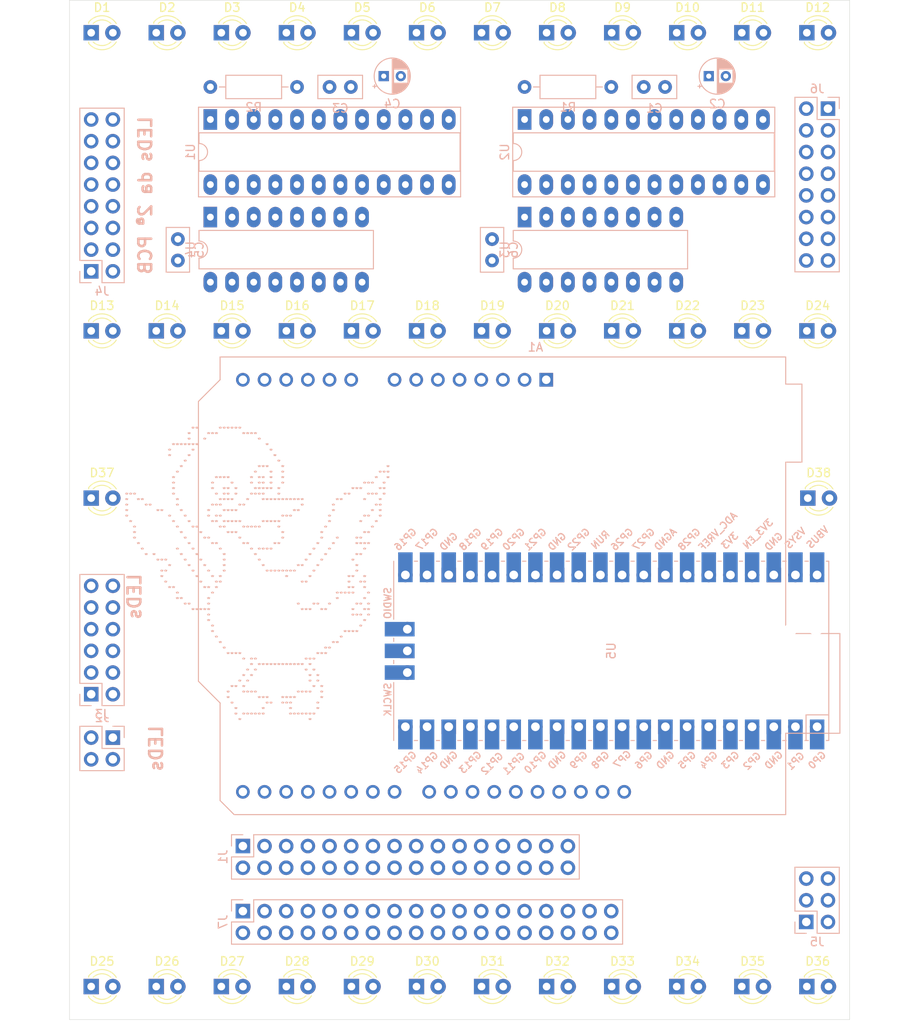
<source format=kicad_pcb>
(kicad_pcb (version 20211014) (generator pcbnew)
  (layers (0 "F.Cu" signal) (31 "B.Cu" signal) (34 "B.Paste" user) (35 "F.Paste" user) (36 "B.SilkS" user "B.Silkscreen") (37 "F.SilkS" user "F.Silkscreen") (38 "B.Mask" user) (39 "F.Mask" user) (44 "Edge.Cuts" user))
  (net 0 "")
  (net 1 "Net-(U1-Pad24)")
  (net 3 "DIG_1_7")
  (net 4 "SEG_1_E")
  (net 5 "SEG_1_DP")
  (net 6 "SEG_1_B")
  (net 7 "SEG_1_A")
  (net 8 "DIG_1_3")
  (net 9 "SEG_1_F")
  (net 10 "SEG_1_G")
  (net 11 "SEG_1_D")
  (net 12 "SEG_1_C")
  (net 13 "DIG_1_1")
  (net 14 "DIG_1_2")
  (net 15 "DIG_1_0")
  (net 16 "DIG_1_5")
  (net 17 "GND")
  (net 18 "DIG_1_6")
  (net 19 "DIG_1_4")
  (net 20 "3V3")
  (net 21 "Net-(U2-Pad24)")
  (net 22 "SEG_2_D")
  (net 23 "DIG_2_1")
  (net 24 "SEG_2_DP")
  (net 25 "DIG_2_5")
  (net 26 "SEG_2_E")
  (net 27 "SEG_2_C")
  (net 28 "DIG_2_7")
  (net 29 "DIG_2_3")
  (net 30 "DIG_2_2")
  (net 31 "SEG_2_G")
  (net 32 "DIG_2_6")
  (net 33 "SEG_2_B")
  (net 34 "SEG_2_F")
  (net 35 "DIG_2_4")
  (net 36 "SEG_2_A")
  (net 37 "DIG_2_0")
  (net 38 "D1")
  (net 39 "D0")
  (net 40 "AREF")
  (net 41 "A5")
  (net 42 "A4")
  (net 43 "D13")
  (net 44 "A3")
  (net 45 "D12")
  (net 46 "A2")
  (net 47 "D11")
  (net 48 "A1")
  (net 49 "D10")
  (net 50 "A0")
  (net 51 "D9")
  (net 52 "VIN")
  (net 53 "D8")
  (net 54 "D7")
  (net 55 "D6")
  (net 56 "VBUS")
  (net 57 "D5")
  (net 58 "GPIO2")
  (net 59 "~{RESET}")
  (net 60 "D3")
  (net 61 "IOREF")
  (net 62 "D2")
  (net 63 "SDA")
  (net 64 "SCL")
  (net 65 "DATA_OUT")
  (net 66 "Net-(R1-Pad2)")
  (net 67 "Net-(R2-Pad2)")
  (net 68 "DOUT_15")
  (net 69 "DOUT_14")
  (net 70 "DOUT_13")
  (net 71 "DOUT_12")
  (net 72 "DOUT_11")
  (net 73 "DOUT_10")
  (net 74 "DOUT_9")
  (net 75 "DOUT_8")
  (net 76 "DOUT_7")
  (net 77 "DOUT_6")
  (net 78 "DOUT_5")
  (net 79 "DOUT_4")
  (net 80 "DOUT_3")
  (net 81 "DOUT_2")
  (net 82 "DOUT_1")
  (net 83 "DOUT_0")
  (net 84 "Net-(U3-Pad9)")
  (net 85 "GPIO0")
  (net 86 "GPIO1")
  (net 87 "GPIO4")
  (net 88 "GPIO6")
  (net 89 "GPIO7")
  (net 90 "GPIO8")
  (net 91 "GPIO9")
  (net 92 "GPIO10")
  (net 93 "GPIO11")
  (net 94 "GPIO12")
  (net 95 "GPIO13")
  (net 96 "GPIO14")
  (net 97 "GPIO15")
  (net 98 "GPIO16")
  (net 99 "GPIO17")
  (net 100 "GPIO18")
  (net 101 "GPIO19")
  (net 102 "GPIO20")
  (net 103 "GPIO21")
  (net 104 "GPIO22")
  (net 105 "RUN")
  (net 106 "GPIO26")
  (net 107 "GPIO27")
  (net 108 "GPIO28")
  (net 109 "ADC_VREF")
  (net 110 "3V3_EN")
  (net 111 "VSYS")
  (footprint "LED_THT:LED_D3.0mm" (layer "F.Cu") (at 53.34 81.906)
    (fp_text reference "D13" (at 1.27 -2.96) (layer "F.SilkS"))
    (fp_text value "LED")
    (pad "1" thru_hole rect locked (at 0 0) (size 1.8 1.8) (drill 0.9) (layers *.Cu *.Mask) (net 9 "SEG_1_F"))
    (pad "2" thru_hole circle locked (at 2.54 0) (size 1.8 1.8) (drill 0.9) (layers *.Cu *.Mask) (net 13 "DIG_1_1"))
  )
  (footprint "LED_THT:LED_D3.0mm" (layer "F.Cu") (at 60.966 81.906)
    (fp_text reference "D14" (at 1.27 -2.96) (layer "F.SilkS"))
    (fp_text value "LED")
    (pad "1" thru_hole rect locked (at 0 0) (size 1.8 1.8) (drill 0.9) (layers *.Cu *.Mask) (net 10 "SEG_1_G"))
    (pad "2" thru_hole circle locked (at 2.54 0) (size 1.8 1.8) (drill 0.9) (layers *.Cu *.Mask) (net 13 "DIG_1_1"))
  )
  (footprint "LED_THT:LED_D3.0mm" (layer "F.Cu") (at 68.592 81.906)
    (fp_text reference "D15" (at 1.27 -2.96) (layer "F.SilkS"))
    (fp_text value "LED")
    (pad "1" thru_hole rect locked (at 0 0) (size 1.8 1.8) (drill 0.9) (layers *.Cu *.Mask) (net 11 "SEG_1_D"))
    (pad "2" thru_hole circle locked (at 2.54 0) (size 1.8 1.8) (drill 0.9) (layers *.Cu *.Mask) (net 13 "DIG_1_1"))
  )
  (footprint "LED_THT:LED_D3.0mm" (layer "F.Cu") (at 76.218 81.906)
    (fp_text reference "D16" (at 1.27 -2.96) (layer "F.SilkS"))
    (fp_text value "LED")
    (pad "1" thru_hole rect locked (at 0 0) (size 1.8 1.8) (drill 0.9) (layers *.Cu *.Mask) (net 12 "SEG_1_C"))
    (pad "2" thru_hole circle locked (at 2.54 0) (size 1.8 1.8) (drill 0.9) (layers *.Cu *.Mask) (net 13 "DIG_1_1"))
  )
  (footprint "LED_THT:LED_D3.0mm" (layer "F.Cu") (at 83.844 81.906)
    (fp_text reference "D17" (at 1.27 -2.96) (layer "F.SilkS"))
    (fp_text value "LED")
    (pad "1" thru_hole rect locked (at 0 0) (size 1.8 1.8) (drill 0.9) (layers *.Cu *.Mask) (net 4 "SEG_1_E"))
    (pad "2" thru_hole circle locked (at 2.54 0) (size 1.8 1.8) (drill 0.9) (layers *.Cu *.Mask) (net 14 "DIG_1_2"))
  )
  (footprint "LED_THT:LED_D3.0mm" (layer "F.Cu") (at 91.47 81.906)
    (fp_text reference "D18" (at 1.27 -2.96) (layer "F.SilkS"))
    (fp_text value "LED")
    (pad "1" thru_hole rect locked (at 0 0) (size 1.8 1.8) (drill 0.9) (layers *.Cu *.Mask) (net 5 "SEG_1_DP"))
    (pad "2" thru_hole circle locked (at 2.54 0) (size 1.8 1.8) (drill 0.9) (layers *.Cu *.Mask) (net 14 "DIG_1_2"))
  )
  (footprint "LED_THT:LED_D3.0mm" (layer "F.Cu") (at 99.096 81.906)
    (fp_text reference "D19" (at 1.27 -2.96) (layer "F.SilkS"))
    (fp_text value "LED")
    (pad "1" thru_hole rect locked (at 0 0) (size 1.8 1.8) (drill 0.9) (layers *.Cu *.Mask) (net 6 "SEG_1_B"))
    (pad "2" thru_hole circle locked (at 2.54 0) (size 1.8 1.8) (drill 0.9) (layers *.Cu *.Mask) (net 14 "DIG_1_2"))
  )
  (footprint "LED_THT:LED_D3.0mm" (layer "F.Cu") (at 106.722 81.906)
    (fp_text reference "D20" (at 1.27 -2.96) (layer "F.SilkS"))
    (fp_text value "LED")
    (pad "1" thru_hole rect locked (at 0 0) (size 1.8 1.8) (drill 0.9) (layers *.Cu *.Mask) (net 7 "SEG_1_A"))
    (pad "2" thru_hole circle locked (at 2.54 0) (size 1.8 1.8) (drill 0.9) (layers *.Cu *.Mask) (net 14 "DIG_1_2"))
  )
  (footprint "LED_THT:LED_D3.0mm" (layer "F.Cu") (at 121.974 81.906)
    (fp_text reference "D22" (at 1.27 -2.96) (layer "F.SilkS"))
    (fp_text value "LED")
    (pad "1" thru_hole rect locked (at 0 0) (size 1.8 1.8) (drill 0.9) (layers *.Cu *.Mask) (net 10 "SEG_1_G"))
    (pad "2" thru_hole circle locked (at 2.54 0) (size 1.8 1.8) (drill 0.9) (layers *.Cu *.Mask) (net 14 "DIG_1_2"))
  )
  (footprint "LED_THT:LED_D3.0mm" (layer "F.Cu") (at 129.6 81.906)
    (fp_text reference "D23" (at 1.27 -2.96) (layer "F.SilkS"))
    (fp_text value "LED")
    (pad "1" thru_hole rect locked (at 0 0) (size 1.8 1.8) (drill 0.9) (layers *.Cu *.Mask) (net 11 "SEG_1_D"))
    (pad "2" thru_hole circle locked (at 2.54 0) (size 1.8 1.8) (drill 0.9) (layers *.Cu *.Mask) (net 14 "DIG_1_2"))
  )
  (footprint "LED_THT:LED_D3.0mm" (layer "F.Cu") (at 137.226 81.906)
    (fp_text reference "D24" (at 1.27 -2.96) (layer "F.SilkS"))
    (fp_text value "LED")
    (pad "1" thru_hole rect locked (at 0 0) (size 1.8 1.8) (drill 0.9) (layers *.Cu *.Mask) (net 12 "SEG_1_C"))
    (pad "2" thru_hole circle locked (at 2.54 0) (size 1.8 1.8) (drill 0.9) (layers *.Cu *.Mask) (net 14 "DIG_1_2"))
  )
  (footprint "LED_THT:LED_D3.0mm" (layer "F.Cu") (at 53.34 158.695)
    (fp_text reference "D25" (at 1.27 -2.96) (layer "F.SilkS"))
    (fp_text value "LED")
    (pad "1" thru_hole rect locked (at 0 0) (size 1.8 1.8) (drill 0.9) (layers *.Cu *.Mask) (net 4 "SEG_1_E"))
    (pad "2" thru_hole circle locked (at 2.54 0) (size 1.8 1.8) (drill 0.9) (layers *.Cu *.Mask) (net 19 "DIG_1_4"))
  )
  (footprint "LED_THT:LED_D3.0mm" (layer "F.Cu") (at 60.966 158.695)
    (fp_text reference "D26" (at 1.27 -2.96) (layer "F.SilkS"))
    (fp_text value "LED")
    (pad "1" thru_hole rect locked (at 0 0) (size 1.8 1.8) (drill 0.9) (layers *.Cu *.Mask) (net 5 "SEG_1_DP"))
    (pad "2" thru_hole circle locked (at 2.54 0) (size 1.8 1.8) (drill 0.9) (layers *.Cu *.Mask) (net 19 "DIG_1_4"))
  )
  (footprint "LED_THT:LED_D3.0mm" (layer "F.Cu") (at 76.218 158.695)
    (fp_text reference "D28" (at 1.27 -2.96) (layer "F.SilkS"))
    (fp_text value "LED")
    (pad "1" thru_hole rect locked (at 0 0) (size 1.8 1.8) (drill 0.9) (layers *.Cu *.Mask) (net 7 "SEG_1_A"))
    (pad "2" thru_hole circle locked (at 2.54 0) (size 1.8 1.8) (drill 0.9) (layers *.Cu *.Mask) (net 19 "DIG_1_4"))
  )
  (footprint "LED_THT:LED_D3.0mm" (layer "F.Cu") (at 83.844 158.695)
    (fp_text reference "D29" (at 1.27 -2.96) (layer "F.SilkS"))
    (fp_text value "LED")
    (pad "1" thru_hole rect locked (at 0 0) (size 1.8 1.8) (drill 0.9) (layers *.Cu *.Mask) (net 4 "SEG_1_E"))
    (pad "2" thru_hole circle locked (at 2.54 0) (size 1.8 1.8) (drill 0.9) (layers *.Cu *.Mask) (net 8 "DIG_1_3"))
  )
  (footprint "LED_THT:LED_D3.0mm" (layer "F.Cu") (at 91.47 158.695)
    (fp_text reference "D30" (at 1.27 -2.96) (layer "F.SilkS"))
    (fp_text value "LED")
    (pad "1" thru_hole rect locked (at 0 0) (size 1.8 1.8) (drill 0.9) (layers *.Cu *.Mask) (net 5 "SEG_1_DP"))
    (pad "2" thru_hole circle locked (at 2.54 0) (size 1.8 1.8) (drill 0.9) (layers *.Cu *.Mask) (net 8 "DIG_1_3"))
  )
  (footprint "LED_THT:LED_D3.0mm" (layer "F.Cu") (at 99.096 158.695)
    (fp_text reference "D31" (at 1.27 -2.96) (layer "F.SilkS"))
    (fp_text value "LED")
    (pad "1" thru_hole rect locked (at 0 0) (size 1.8 1.8) (drill 0.9) (layers *.Cu *.Mask) (net 6 "SEG_1_B"))
    (pad "2" thru_hole circle locked (at 2.54 0) (size 1.8 1.8) (drill 0.9) (layers *.Cu *.Mask) (net 8 "DIG_1_3"))
  )
  (footprint "LED_THT:LED_D3.0mm" (layer "F.Cu") (at 106.722 158.695)
    (fp_text reference "D32" (at 1.27 -2.96) (layer "F.SilkS"))
    (fp_text value "LED")
    (pad "1" thru_hole rect locked (at 0 0) (size 1.8 1.8) (drill 0.9) (layers *.Cu *.Mask) (net 7 "SEG_1_A"))
    (pad "2" thru_hole circle locked (at 2.54 0) (size 1.8 1.8) (drill 0.9) (layers *.Cu *.Mask) (net 8 "DIG_1_3"))
  )
  (footprint "LED_THT:LED_D3.0mm" (layer "F.Cu") (at 114.348 158.695)
    (fp_text reference "D33" (at 1.27 -2.96) (layer "F.SilkS"))
    (fp_text value "LED")
    (pad "1" thru_hole rect locked (at 0 0) (size 1.8 1.8) (drill 0.9) (layers *.Cu *.Mask) (net 9 "SEG_1_F"))
    (pad "2" thru_hole circle locked (at 2.54 0) (size 1.8 1.8) (drill 0.9) (layers *.Cu *.Mask) (net 8 "DIG_1_3"))
  )
  (footprint "LED_THT:LED_D3.0mm" (layer "F.Cu") (at 121.974 158.695)
    (fp_text reference "D34" (at 1.27 -2.96) (layer "F.SilkS"))
    (fp_text value "LED")
    (pad "1" thru_hole rect locked (at 0 0) (size 1.8 1.8) (drill 0.9) (layers *.Cu *.Mask) (net 10 "SEG_1_G"))
    (pad "2" thru_hole circle locked (at 2.54 0) (size 1.8 1.8) (drill 0.9) (layers *.Cu *.Mask) (net 8 "DIG_1_3"))
  )
  (footprint "LED_THT:LED_D3.0mm" (layer "F.Cu") (at 129.6 158.695)
    (fp_text reference "D35" (at 1.27 -2.96) (layer "F.SilkS"))
    (fp_text value "LED")
    (pad "1" thru_hole rect locked (at 0 0) (size 1.8 1.8) (drill 0.9) (layers *.Cu *.Mask) (net 11 "SEG_1_D"))
    (pad "2" thru_hole circle locked (at 2.54 0) (size 1.8 1.8) (drill 0.9) (layers *.Cu *.Mask) (net 8 "DIG_1_3"))
  )
  (footprint "LED_THT:LED_D3.0mm" (layer "F.Cu") (at 137.226 158.695)
    (fp_text reference "D36" (at 1.27 -2.96) (layer "F.SilkS"))
    (fp_text value "LED")
    (pad "1" thru_hole rect locked (at 0 0) (size 1.8 1.8) (drill 0.9) (layers *.Cu *.Mask) (net 12 "SEG_1_C"))
    (pad "2" thru_hole circle locked (at 2.54 0) (size 1.8 1.8) (drill 0.9) (layers *.Cu *.Mask) (net 8 "DIG_1_3"))
  )
  (footprint "LED_THT:LED_D3.0mm" (layer "F.Cu") (at 53.34 101.489)
    (fp_text reference "D37" (at 1.27 -2.96) (layer "F.SilkS"))
    (fp_text value "LED")
    (pad "1" thru_hole rect locked (at 0 0) (size 1.8 1.8) (drill 0.9) (layers *.Cu *.Mask) (net 9 "SEG_1_F"))
    (pad "2" thru_hole circle locked (at 2.54 0) (size 1.8 1.8) (drill 0.9) (layers *.Cu *.Mask) (net 19 "DIG_1_4"))
  )
  (footprint "LED_THT:LED_D3.0mm" (layer "F.Cu") (at 137.34 101.489)
    (fp_text reference "D38" (at 1.27 -2.96) (layer "F.SilkS"))
    (fp_text value "LED")
    (pad "1" thru_hole rect locked (at 0 0) (size 1.8 1.8) (drill 0.9) (layers *.Cu *.Mask) (net 10 "SEG_1_G"))
    (pad "2" thru_hole circle locked (at 2.54 0) (size 1.8 1.8) (drill 0.9) (layers *.Cu *.Mask) (net 19 "DIG_1_4"))
  )
  (footprint "LED_THT:LED_D3.0mm" (layer "F.Cu") (at 114.348 81.906)
    (fp_text reference "D21" (at 1.27 -2.96) (layer "F.SilkS"))
    (fp_text value "LED")
    (pad "1" thru_hole rect locked (at 0 0) (size 1.8 1.8) (drill 0.9) (layers *.Cu *.Mask) (net 9 "SEG_1_F"))
    (pad "2" thru_hole circle locked (at 2.54 0) (size 1.8 1.8) (drill 0.9) (layers *.Cu *.Mask) (net 14 "DIG_1_2"))
  )
  (footprint "LED_THT:LED_D3.0mm" (layer "F.Cu") (at 53.34 46.99)
    (fp_text reference "D1" (at 1.27 -2.96) (layer "F.SilkS"))
    (fp_text value "LED")
    (pad "1" thru_hole rect locked (at 0 0) (size 1.8 1.8) (drill 0.9) (layers *.Cu *.Mask) (net 4 "SEG_1_E"))
    (pad "2" thru_hole circle locked (at 2.54 0) (size 1.8 1.8) (drill 0.9) (layers *.Cu *.Mask) (net 13 "DIG_1_1"))
  )
  (footprint "LED_THT:LED_D3.0mm" (layer "F.Cu") (at 137.226 46.99)
    (fp_text reference "D12" (at 1.27 -2.96) (layer "F.SilkS"))
    (fp_text value "LED")
    (pad "1" thru_hole rect locked (at 0 0) (size 1.8 1.8) (drill 0.9) (layers *.Cu *.Mask) (net 12 "SEG_1_C"))
    (pad "2" thru_hole circle locked (at 2.54 0) (size 1.8 1.8) (drill 0.9) (layers *.Cu *.Mask) (net 15 "DIG_1_0"))
  )
  (footprint "LED_THT:LED_D3.0mm" (layer "F.Cu") (at 121.974 46.99)
    (fp_text reference "D10" (at 1.27 -2.96) (layer "F.SilkS"))
    (fp_text value "LED")
    (pad "1" thru_hole rect locked (at 0 0) (size 1.8 1.8) (drill 0.9) (layers *.Cu *.Mask) (net 10 "SEG_1_G"))
    (pad "2" thru_hole circle locked (at 2.54 0) (size 1.8 1.8) (drill 0.9) (layers *.Cu *.Mask) (net 15 "DIG_1_0"))
  )
  (footprint "LED_THT:LED_D3.0mm" (layer "F.Cu") (at 114.348 46.99)
    (fp_text reference "D9" (at 1.27 -2.96) (layer "F.SilkS"))
    (fp_text value "LED")
    (pad "1" thru_hole rect locked (at 0 0) (size 1.8 1.8) (drill 0.9) (layers *.Cu *.Mask) (net 9 "SEG_1_F"))
    (pad "2" thru_hole circle locked (at 2.54 0) (size 1.8 1.8) (drill 0.9) (layers *.Cu *.Mask) (net 15 "DIG_1_0"))
  )
  (footprint "LED_THT:LED_D3.0mm" (layer "F.Cu") (at 129.6 46.99)
    (fp_text reference "D11" (at 1.27 -2.96) (layer "F.SilkS"))
    (fp_text value "LED")
    (pad "1" thru_hole rect locked (at 0 0) (size 1.8 1.8) (drill 0.9) (layers *.Cu *.Mask) (net 11 "SEG_1_D"))
    (pad "2" thru_hole circle locked (at 2.54 0) (size 1.8 1.8) (drill 0.9) (layers *.Cu *.Mask) (net 15 "DIG_1_0"))
  )
  (footprint "LED_THT:LED_D3.0mm" (layer "F.Cu") (at 106.722 46.99)
    (fp_text reference "D8" (at 1.27 -2.96) (layer "F.SilkS"))
    (fp_text value "LED")
    (pad "1" thru_hole rect locked (at 0 0) (size 1.8 1.8) (drill 0.9) (layers *.Cu *.Mask) (net 7 "SEG_1_A"))
    (pad "2" thru_hole circle locked (at 2.54 0) (size 1.8 1.8) (drill 0.9) (layers *.Cu *.Mask) (net 15 "DIG_1_0"))
  )
  (footprint "LED_THT:LED_D3.0mm" (layer "F.Cu") (at 60.966 46.99)
    (fp_text reference "D2" (at 1.27 -2.96) (layer "F.SilkS"))
    (fp_text value "LED")
    (pad "1" thru_hole rect locked (at 0 0) (size 1.8 1.8) (drill 0.9) (layers *.Cu *.Mask) (net 5 "SEG_1_DP"))
    (pad "2" thru_hole circle locked (at 2.54 0) (size 1.8 1.8) (drill 0.9) (layers *.Cu *.Mask) (net 13 "DIG_1_1"))
  )
  (footprint "LED_THT:LED_D3.0mm" (layer "F.Cu") (at 68.592 46.99)
    (fp_text reference "D3" (at 1.27 -2.96) (layer "F.SilkS"))
    (fp_text value "LED")
    (pad "1" thru_hole rect locked (at 0 0) (size 1.8 1.8) (drill 0.9) (layers *.Cu *.Mask) (net 6 "SEG_1_B"))
    (pad "2" thru_hole circle locked (at 2.54 0) (size 1.8 1.8) (drill 0.9) (layers *.Cu *.Mask) (net 13 "DIG_1_1"))
  )
  (footprint "LED_THT:LED_D3.0mm" (layer "F.Cu") (at 99.096 46.99)
    (fp_text reference "D7" (at 1.27 -2.96) (layer "F.SilkS"))
    (fp_text value "LED")
    (pad "1" thru_hole rect locked (at 0 0) (size 1.8 1.8) (drill 0.9) (layers *.Cu *.Mask) (net 6 "SEG_1_B"))
    (pad "2" thru_hole circle locked (at 2.54 0) (size 1.8 1.8) (drill 0.9) (layers *.Cu *.Mask) (net 15 "DIG_1_0"))
  )
  (footprint "LED_THT:LED_D3.0mm" (layer "F.Cu") (at 76.218 46.99)
    (fp_text reference "D4" (at 1.27 -2.96) (layer "F.SilkS"))
    (fp_text value "LED")
    (pad "1" thru_hole rect locked (at 0 0) (size 1.8 1.8) (drill 0.9) (layers *.Cu *.Mask) (net 7 "SEG_1_A"))
    (pad "2" thru_hole circle locked (at 2.54 0) (size 1.8 1.8) (drill 0.9) (layers *.Cu *.Mask) (net 13 "DIG_1_1"))
  )
  (footprint "LED_THT:LED_D3.0mm" (layer "F.Cu") (at 91.47 46.99)
    (fp_text reference "D6" (at 1.27 -2.96) (layer "F.SilkS"))
    (fp_text value "LED")
    (pad "1" thru_hole rect locked (at 0 0) (size 1.8 1.8) (drill 0.9) (layers *.Cu *.Mask) (net 5 "SEG_1_DP"))
    (pad "2" thru_hole circle locked (at 2.54 0) (size 1.8 1.8) (drill 0.9) (layers *.Cu *.Mask) (net 15 "DIG_1_0"))
  )
  (footprint "LED_THT:LED_D3.0mm" (layer "F.Cu") (at 83.844 46.99)
    (fp_text reference "D5" (at 1.27 -2.96) (layer "F.SilkS"))
    (fp_text value "LED")
    (pad "1" thru_hole rect locked (at 0 0) (size 1.8 1.8) (drill 0.9) (layers *.Cu *.Mask) (net 4 "SEG_1_E"))
    (pad "2" thru_hole circle locked (at 2.54 0) (size 1.8 1.8) (drill 0.9) (layers *.Cu *.Mask) (net 15 "DIG_1_0"))
  )
  (footprint "LED_THT:LED_D3.0mm" (layer "F.Cu") (at 68.592 158.695)
    (fp_text reference "D27" (at 1.27 -2.96) (layer "F.SilkS"))
    (fp_text value "LED")
    (pad "1" thru_hole rect locked (at 0 0) (size 1.8 1.8) (drill 0.9) (layers *.Cu *.Mask) (net 6 "SEG_1_B"))
    (pad "2" thru_hole circle locked (at 2.54 0) (size 1.8 1.8) (drill 0.9) (layers *.Cu *.Mask) (net 19 "DIG_1_4"))
  )
  (footprint "Package_DIP:DIP-24_W7.62mm_Socket_LongPads" (layer "B.Cu") (at 67.31 57.15 -90)
    (fp_text reference "U1" (at 3.81 2.33 -90) (layer "B.SilkS") (effects (justify mirror)))
    (fp_text value "MAX7219")
    (pad "1" thru_hole rect locked (at 0 0 270) (size 2.4 1.6) (drill 0.8) (layers *.Cu *.Mask) (net 62 "D2"))
    (pad "2" thru_hole oval locked (at 0 -2.54 270) (size 2.4 1.6) (drill 0.8) (layers *.Cu *.Mask) (net 15 "DIG_1_0"))
    (pad "3" thru_hole oval locked (at 0 -5.08 270) (size 2.4 1.6) (drill 0.8) (layers *.Cu *.Mask) (net 19 "DIG_1_4"))
    (pad "4" thru_hole oval locked (at 0 -7.62 270) (size 2.4 1.6) (drill 0.8) (layers *.Cu *.Mask) (net 17 "GND"))
    (pad "5" thru_hole oval locked (at 0 -10.16 270) (size 2.4 1.6) (drill 0.8) (layers *.Cu *.Mask) (net 18 "DIG_1_6"))
    (pad "6" thru_hole oval locked (at 0 -12.7 270) (size 2.4 1.6) (drill 0.8) (layers *.Cu *.Mask) (net 14 "DIG_1_2"))
    (pad "7" thru_hole oval locked (at 0 -15.24 270) (size 2.4 1.6) (drill 0.8) (layers *.Cu *.Mask) (net 8 "DIG_1_3"))
    (pad "8" thru_hole oval locked (at 0 -17.78 270) (size 2.4 1.6) (drill 0.8) (layers *.Cu *.Mask) (net 3 "DIG_1_7"))
    (pad "9" thru_hole oval locked (at 0 -20.32 270) (size 2.4 1.6) (drill 0.8) (layers *.Cu *.Mask) (net 17 "GND"))
    (pad "10" thru_hole oval locked (at 0 -22.86 270) (size 2.4 1.6) (drill 0.8) (layers *.Cu *.Mask) (net 16 "DIG_1_5"))
    (pad "11" thru_hole oval locked (at 0 -25.4 270) (size 2.4 1.6) (drill 0.8) (layers *.Cu *.Mask) (net 13 "DIG_1_1"))
    (pad "12" thru_hole oval locked (at 0 -27.94 270) (size 2.4 1.6) (drill 0.8) (layers *.Cu *.Mask) (net 60 "D3"))
    (pad "13" thru_hole oval locked (at 7.62 -27.94 270) (size 2.4 1.6) (drill 0.8) (layers *.Cu *.Mask) (net 58 "GPIO2"))
    (pad "14" thru_hole oval locked (at 7.62 -25.4 270) (size 2.4 1.6) (drill 0.8) (layers *.Cu *.Mask) (net 7 "SEG_1_A"))
    (pad "15" thru_hole oval locked (at 7.62 -22.86 270) (size 2.4 1.6) (drill 0.8) (layers *.Cu *.Mask) (net 9 "SEG_1_F"))
    (pad "16" thru_hole oval locked (at 7.62 -20.32 270) (size 2.4 1.6) (drill 0.8) (layers *.Cu *.Mask) (net 6 "SEG_1_B"))
    (pad "17" thru_hole oval locked (at 7.62 -17.78 270) (size 2.4 1.6) (drill 0.8) (layers *.Cu *.Mask) (net 10 "SEG_1_G"))
    (pad "18" thru_hole oval locked (at 7.62 -15.24 270) (size 2.4 1.6) (drill 0.8) (layers *.Cu *.Mask) (net 66 "Net-(R1-Pad2)"))
    (pad "19" thru_hole oval locked (at 7.62 -12.7 270) (size 2.4 1.6) (drill 0.8) (layers *.Cu *.Mask) (net 56 "VBUS"))
    (pad "20" thru_hole oval locked (at 7.62 -10.16 270) (size 2.4 1.6) (drill 0.8) (layers *.Cu *.Mask) (net 12 "SEG_1_C"))
    (pad "21" thru_hole oval locked (at 7.62 -7.62 270) (size 2.4 1.6) (drill 0.8) (layers *.Cu *.Mask) (net 4 "SEG_1_E"))
    (pad "22" thru_hole oval locked (at 7.62 -5.08 270) (size 2.4 1.6) (drill 0.8) (layers *.Cu *.Mask) (net 5 "SEG_1_DP"))
    (pad "23" thru_hole oval locked (at 7.62 -2.54 270) (size 2.4 1.6) (drill 0.8) (layers *.Cu *.Mask) (net 11 "SEG_1_D"))
    (pad "24" thru_hole oval locked (at 7.62 0 270) (size 2.4 1.6) (drill 0.8) (layers *.Cu *.Mask) (net 1 "Net-(U1-Pad24)"))
  )
  (footprint "Module:Arduino_UNO_R3" (layer "B.Cu") (at 106.68 87.63 180)
    (fp_text reference "A1" (at 1.27 3.81 180) (layer "B.SilkS") (effects (justify mirror)))
    (fp_text value "Arduino_UNO_R3")
    (pad "1" thru_hole rect locked (at 0 0 90) (size 1.6 1.6) (drill 1) (layers *.Cu *.Mask))
    (pad "2" thru_hole oval locked (at 2.54 0 90) (size 1.6 1.6) (drill 1) (layers *.Cu *.Mask) (net 61 "IOREF"))
    (pad "3" thru_hole oval locked (at 5.08 0 90) (size 1.6 1.6) (drill 1) (layers *.Cu *.Mask) (net 59 "~{RESET}"))
    (pad "4" thru_hole oval locked (at 7.62 0 90) (size 1.6 1.6) (drill 1) (layers *.Cu *.Mask) (net 20 "3V3"))
    (pad "5" thru_hole oval locked (at 10.16 0 90) (size 1.6 1.6) (drill 1) (layers *.Cu *.Mask) (net 56 "VBUS"))
    (pad "6" thru_hole oval locked (at 12.7 0 90) (size 1.6 1.6) (drill 1) (layers *.Cu *.Mask) (net 17 "GND"))
    (pad "7" thru_hole oval locked (at 15.24 0 90) (size 1.6 1.6) (drill 1) (layers *.Cu *.Mask) (net 17 "GND"))
    (pad "8" thru_hole oval locked (at 17.78 0 90) (size 1.6 1.6) (drill 1) (layers *.Cu *.Mask) (net 52 "VIN"))
    (pad "9" thru_hole oval locked (at 22.86 0 90) (size 1.6 1.6) (drill 1) (layers *.Cu *.Mask) (net 50 "A0"))
    (pad "10" thru_hole oval locked (at 25.4 0 90) (size 1.6 1.6) (drill 1) (layers *.Cu *.Mask) (net 48 "A1"))
    (pad "11" thru_hole oval locked (at 27.94 0 90) (size 1.6 1.6) (drill 1) (layers *.Cu *.Mask) (net 46 "A2"))
    (pad "12" thru_hole oval locked (at 30.48 0 90) (size 1.6 1.6) (drill 1) (layers *.Cu *.Mask) (net 44 "A3"))
    (pad "13" thru_hole oval locked (at 33.02 0 90) (size 1.6 1.6) (drill 1) (layers *.Cu *.Mask) (net 42 "A4"))
    (pad "14" thru_hole oval locked (at 35.56 0 90) (size 1.6 1.6) (drill 1) (layers *.Cu *.Mask) (net 41 "A5"))
    (pad "15" thru_hole oval locked (at 35.56 -48.26 90) (size 1.6 1.6) (drill 1) (layers *.Cu *.Mask) (net 39 "D0"))
    (pad "16" thru_hole oval locked (at 33.02 -48.26 90) (size 1.6 1.6) (drill 1) (layers *.Cu *.Mask) (net 38 "D1"))
    (pad "17" thru_hole oval locked (at 30.48 -48.26 90) (size 1.6 1.6) (drill 1) (layers *.Cu *.Mask) (net 62 "D2"))
    (pad "18" thru_hole oval locked (at 27.94 -48.26 90) (size 1.6 1.6) (drill 1) (layers *.Cu *.Mask) (net 60 "D3"))
    (pad "19" thru_hole oval locked (at 25.4 -48.26 90) (size 1.6 1.6) (drill 1) (layers *.Cu *.Mask) (net 58 "GPIO2"))
    (pad "20" thru_hole oval locked (at 22.86 -48.26 90) (size 1.6 1.6) (drill 1) (layers *.Cu *.Mask) (net 57 "D5"))
    (pad "21" thru_hole oval locked (at 20.32 -48.26 90) (size 1.6 1.6) (drill 1) (layers *.Cu *.Mask) (net 55 "D6"))
    (pad "22" thru_hole oval locked (at 17.78 -48.26 90) (size 1.6 1.6) (drill 1) (layers *.Cu *.Mask) (net 54 "D7"))
    (pad "23" thru_hole oval locked (at 13.72 -48.26 90) (size 1.6 1.6) (drill 1) (layers *.Cu *.Mask) (net 53 "D8"))
    (pad "24" thru_hole oval locked (at 11.18 -48.26 90) (size 1.6 1.6) (drill 1) (layers *.Cu *.Mask) (net 51 "D9"))
    (pad "25" thru_hole oval locked (at 8.64 -48.26 90) (size 1.6 1.6) (drill 1) (layers *.Cu *.Mask) (net 49 "D10"))
    (pad "26" thru_hole oval locked (at 6.1 -48.26 90) (size 1.6 1.6) (drill 1) (layers *.Cu *.Mask) (net 47 "D11"))
    (pad "27" thru_hole oval locked (at 3.56 -48.26 90) (size 1.6 1.6) (drill 1) (layers *.Cu *.Mask) (net 45 "D12"))
    (pad "28" thru_hole oval locked (at 1.02 -48.26 90) (size 1.6 1.6) (drill 1) (layers *.Cu *.Mask) (net 43 "D13"))
    (pad "29" thru_hole oval locked (at -1.52 -48.26 90) (size 1.6 1.6) (drill 1) (layers *.Cu *.Mask) (net 17 "GND"))
    (pad "30" thru_hole oval locked (at -4.06 -48.26 90) (size 1.6 1.6) (drill 1) (layers *.Cu *.Mask) (net 40 "AREF"))
    (pad "31" thru_hole oval locked (at -6.6 -48.26 90) (size 1.6 1.6) (drill 1) (layers *.Cu *.Mask) (net 63 "SDA"))
    (pad "32" thru_hole oval locked (at -9.14 -48.26 90) (size 1.6 1.6) (drill 1) (layers *.Cu *.Mask) (net 64 "SCL"))
  )
  (footprint "Package_DIP:DIP-24_W7.62mm_Socket_LongPads" (layer "B.Cu") (at 104.14 57.15 -90)
    (fp_text reference "U2" (at 3.81 2.33 -90) (layer "B.SilkS") (effects (justify mirror)))
    (fp_text value "MAX7219")
    (pad "1" thru_hole rect locked (at 0 0 270) (size 2.4 1.6) (drill 0.8) (layers *.Cu *.Mask) (net 1 "Net-(U1-Pad24)"))
    (pad "2" thru_hole oval locked (at 0 -2.54 270) (size 2.4 1.6) (drill 0.8) (layers *.Cu *.Mask) (net 37 "DIG_2_0"))
    (pad "3" thru_hole oval locked (at 0 -5.08 270) (size 2.4 1.6) (drill 0.8) (layers *.Cu *.Mask) (net 35 "DIG_2_4"))
    (pad "4" thru_hole oval locked (at 0 -7.62 270) (size 2.4 1.6) (drill 0.8) (layers *.Cu *.Mask) (net 17 "GND"))
    (pad "5" thru_hole oval locked (at 0 -10.16 270) (size 2.4 1.6) (drill 0.8) (layers *.Cu *.Mask) (net 32 "DIG_2_6"))
    (pad "6" thru_hole oval locked (at 0 -12.7 270) (size 2.4 1.6) (drill 0.8) (layers *.Cu *.Mask) (net 30 "DIG_2_2"))
    (pad "7" thru_hole oval locked (at 0 -15.24 270) (size 2.4 1.6) (drill 0.8) (layers *.Cu *.Mask) (net 29 "DIG_2_3"))
    (pad "8" thru_hole oval locked (at 0 -17.78 270) (size 2.4 1.6) (drill 0.8) (layers *.Cu *.Mask) (net 28 "DIG_2_7"))
    (pad "9" thru_hole oval locked (at 0 -20.32 270) (size 2.4 1.6) (drill 0.8) (layers *.Cu *.Mask) (net 17 "GND"))
    (pad "10" thru_hole oval locked (at 0 -22.86 270) (size 2.4 1.6) (drill 0.8) (layers *.Cu *.Mask) (net 25 "DIG_2_5"))
    (pad "11" thru_hole oval locked (at 0 -25.4 270) (size 2.4 1.6) (drill 0.8) (layers *.Cu *.Mask) (net 23 "DIG_2_1"))
    (pad "12" thru_hole oval locked (at 0 -27.94 270) (size 2.4 1.6) (drill 0.8) (layers *.Cu *.Mask) (net 60 "D3"))
    (pad "13" thru_hole oval locked (at 7.62 -27.94 270) (size 2.4 1.6) (drill 0.8) (layers *.Cu *.Mask) (net 58 "GPIO2"))
    (pad "14" thru_hole oval locked (at 7.62 -25.4 270) (size 2.4 1.6) (drill 0.8) (layers *.Cu *.Mask) (net 36 "SEG_2_A"))
    (pad "15" thru_hole oval locked (at 7.62 -22.86 270) (size 2.4 1.6) (drill 0.8) (layers *.Cu *.Mask) (net 34 "SEG_2_F"))
    (pad "16" thru_hole oval locked (at 7.62 -20.32 270) (size 2.4 1.6) (drill 0.8) (layers *.Cu *.Mask) (net 33 "SEG_2_B"))
    (pad "17" thru_hole oval locked (at 7.62 -17.78 270) (size 2.4 1.6) (drill 0.8) (layers *.Cu *.Mask) (net 31 "SEG_2_G"))
    (pad "18" thru_hole oval locked (at 7.62 -15.24 270) (size 2.4 1.6) (drill 0.8) (layers *.Cu *.Mask) (net 67 "Net-(R2-Pad2)"))
    (pad "19" thru_hole oval locked (at 7.62 -12.7 270) (size 2.4 1.6) (drill 0.8) (layers *.Cu *.Mask) (net 56 "VBUS"))
    (pad "20" thru_hole oval locked (at 7.62 -10.16 270) (size 2.4 1.6) (drill 0.8) (layers *.Cu *.Mask) (net 27 "SEG_2_C"))
    (pad "21" thru_hole oval locked (at 7.62 -7.62 270) (size 2.4 1.6) (drill 0.8) (layers *.Cu *.Mask) (net 26 "SEG_2_E"))
    (pad "22" thru_hole oval locked (at 7.62 -5.08 270) (size 2.4 1.6) (drill 0.8) (layers *.Cu *.Mask) (net 24 "SEG_2_DP"))
    (pad "23" thru_hole oval locked (at 7.62 -2.54 270) (size 2.4 1.6) (drill 0.8) (layers *.Cu *.Mask) (net 22 "SEG_2_D"))
    (pad "24" thru_hole oval locked (at 7.62 0 270) (size 2.4 1.6) (drill 0.8) (layers *.Cu *.Mask) (net 21 "Net-(U2-Pad24)"))
  )
  (footprint "Connector_PinHeader_2.54mm:PinHeader_2x16_P2.54mm_Vertical" (layer "B.Cu") (at 71.12 142.24 -90)
    (fp_text reference "J1" (at 1.27 2.33 -90) (layer "B.SilkS") (effects (justify mirror)))
    (fp_text value "Conn_02x16_Counter_Clockwise")
    (pad "1" thru_hole rect locked (at 0 0 270) (size 1.7 1.7) (drill 1) (layers *.Cu *.Mask) (net 39 "D0"))
    (pad "2" thru_hole oval locked (at 2.54 0 270) (size 1.7 1.7) (drill 1) (layers *.Cu *.Mask) (net 38 "D1"))
    (pad "3" thru_hole oval locked (at 0 -2.54 270) (size 1.7 1.7) (drill 1) (layers *.Cu *.Mask) (net 62 "D2"))
    (pad "4" thru_hole oval locked (at 2.54 -2.54 270) (size 1.7 1.7) (drill 1) (layers *.Cu *.Mask) (net 60 "D3"))
    (pad "5" thru_hole oval locked (at 0 -5.08 270) (size 1.7 1.7) (drill 1) (layers *.Cu *.Mask) (net 58 "GPIO2"))
    (pad "6" thru_hole oval locked (at 2.54 -5.08 270) (size 1.7 1.7) (drill 1) (layers *.Cu *.Mask) (net 57 "D5"))
    (pad "7" thru_hole oval locked (at 0 -7.62 270) (size 1.7 1.7) (drill 1) (layers *.Cu *.Mask) (net 55 "D6"))
    (pad "8" thru_hole oval locked (at 2.54 -7.62 270) (size 1.7 1.7) (drill 1) (layers *.Cu *.Mask) (net 54 "D7"))
    (pad "9" thru_hole oval locked (at 0 -10.16 270) (size 1.7 1.7) (drill 1) (layers *.Cu *.Mask) (net 53 "D8"))
    (pad "10" thru_hole oval locked (at 2.54 -10.16 270) (size 1.7 1.7) (drill 1) (layers *.Cu *.Mask) (net 51 "D9"))
    (pad "11" thru_hole oval locked (at 0 -12.7 270) (size 1.7 1.7) (drill 1) (layers *.Cu *.Mask) (net 49 "D10"))
    (pad "12" thru_hole oval locked (at 2.54 -12.7 270) (size 1.7 1.7) (drill 1) (layers *.Cu *.Mask) (net 47 "D11"))
    (pad "13" thru_hole oval locked (at 0 -15.24 270) (size 1.7 1.7) (drill 1) (layers *.Cu *.Mask) (net 45 "D12"))
    (pad "14" thru_hole oval locked (at 2.54 -15.24 270) (size 1.7 1.7) (drill 1) (layers *.Cu *.Mask) (net 43 "D13"))
    (pad "15" thru_hole oval locked (at 0 -17.78 270) (size 1.7 1.7) (drill 1) (layers *.Cu *.Mask) (net 17 "GND"))
    (pad "16" thru_hole oval locked (at 2.54 -17.78 270) (size 1.7 1.7) (drill 1) (layers *.Cu *.Mask) (net 17 "GND"))
    (pad "17" thru_hole oval locked (at 0 -20.32 270) (size 1.7 1.7) (drill 1) (layers *.Cu *.Mask) (net 17 "GND"))
    (pad "18" thru_hole oval locked (at 2.54 -20.32 270) (size 1.7 1.7) (drill 1) (layers *.Cu *.Mask) (net 17 "GND"))
    (pad "19" thru_hole oval locked (at 0 -22.86 270) (size 1.7 1.7) (drill 1) (layers *.Cu *.Mask) (net 64 "SCL"))
    (pad "20" thru_hole oval locked (at 2.54 -22.86 270) (size 1.7 1.7) (drill 1) (layers *.Cu *.Mask) (net 63 "SDA"))
    (pad "21" thru_hole oval locked (at 0 -25.4 270) (size 1.7 1.7) (drill 1) (layers *.Cu *.Mask) (net 41 "A5"))
    (pad "22" thru_hole oval locked (at 2.54 -25.4 270) (size 1.7 1.7) (drill 1) (layers *.Cu *.Mask) (net 42 "A4"))
    (pad "23" thru_hole oval locked (at 0 -27.94 270) (size 1.7 1.7) (drill 1) (layers *.Cu *.Mask) (net 44 "A3"))
    (pad "24" thru_hole oval locked (at 2.54 -27.94 270) (size 1.7 1.7) (drill 1) (layers *.Cu *.Mask) (net 46 "A2"))
    (pad "25" thru_hole oval locked (at 0 -30.48 270) (size 1.7 1.7) (drill 1) (layers *.Cu *.Mask) (net 48 "A1"))
    (pad "26" thru_hole oval locked (at 2.54 -30.48 270) (size 1.7 1.7) (drill 1) (layers *.Cu *.Mask) (net 50 "A0"))
    (pad "27" thru_hole oval locked (at 0 -33.02 270) (size 1.7 1.7) (drill 1) (layers *.Cu *.Mask) (net 40 "AREF"))
    (pad "28" thru_hole oval locked (at 2.54 -33.02 270) (size 1.7 1.7) (drill 1) (layers *.Cu *.Mask) (net 61 "IOREF"))
    (pad "29" thru_hole oval locked (at 0 -35.56 270) (size 1.7 1.7) (drill 1) (layers *.Cu *.Mask) (net 59 "~{RESET}"))
    (pad "30" thru_hole oval locked (at 2.54 -35.56 270) (size 1.7 1.7) (drill 1) (layers *.Cu *.Mask) (net 52 "VIN"))
    (pad "31" thru_hole oval locked (at 0 -38.1 270) (size 1.7 1.7) (drill 1) (layers *.Cu *.Mask) (net 20 "3V3"))
    (pad "32" thru_hole oval locked (at 2.54 -38.1 270) (size 1.7 1.7) (drill 1) (layers *.Cu *.Mask) (net 56 "VBUS"))
  )
  (footprint "Connector_PinHeader_2.54mm:PinHeader_2x02_P2.54mm_Vertical" (layer "B.Cu") (at 55.88 129.54 180)
    (fp_text reference "J2" (at 1.27 2.33) (layer "B.SilkS") (effects (justify mirror)))
    (fp_text value "Conn_02x02_Counter_Clockwise")
    (pad "1" thru_hole rect locked (at 0 0 180) (size 1.7 1.7) (drill 1) (layers *.Cu *.Mask) (net 19 "DIG_1_4"))
    (pad "2" thru_hole oval locked (at 2.54 0 180) (size 1.7 1.7) (drill 1) (layers *.Cu *.Mask) (net 19 "DIG_1_4"))
    (pad "3" thru_hole oval locked (at 0 -2.54 180) (size 1.7 1.7) (drill 1) (layers *.Cu *.Mask) (net 12 "SEG_1_C"))
    (pad "4" thru_hole oval locked (at 2.54 -2.54 180) (size 1.7 1.7) (drill 1) (layers *.Cu *.Mask) (net 11 "SEG_1_D"))
  )
  (footprint "Connector_PinHeader_2.54mm:PinHeader_2x06_P2.54mm_Vertical" (layer "B.Cu") (at 53.34 124.46)
    (fp_text reference "J3" (at 1.27 2.33) (layer "B.SilkS") (effects (justify mirror)))
    (fp_text value "Conn_02x06_Counter_Clockwise")
    (pad "1" thru_hole rect locked (at 0 0) (size 1.7 1.7) (drill 1) (layers *.Cu *.Mask) (net 16 "DIG_1_5"))
    (pad "2" thru_hole oval locked (at 2.54 0) (size 1.7 1.7) (drill 1) (layers *.Cu *.Mask) (net 18 "DIG_1_6"))
    (pad "3" thru_hole oval locked (at 0 -2.54) (size 1.7 1.7) (drill 1) (layers *.Cu *.Mask) (net 3 "DIG_1_7"))
    (pad "4" thru_hole oval locked (at 2.54 -2.54) (size 1.7 1.7) (drill 1) (layers *.Cu *.Mask) (net 17 "GND"))
    (pad "5" thru_hole oval locked (at 0 -5.08) (size 1.7 1.7) (drill 1) (layers *.Cu *.Mask) (net 4 "SEG_1_E"))
    (pad "6" thru_hole oval locked (at 2.54 -5.08) (size 1.7 1.7) (drill 1) (layers *.Cu *.Mask) (net 5 "SEG_1_DP"))
    (pad "7" thru_hole oval locked (at 0 -7.62) (size 1.7 1.7) (drill 1) (layers *.Cu *.Mask) (net 6 "SEG_1_B"))
    (pad "8" thru_hole oval locked (at 2.54 -7.62) (size 1.7 1.7) (drill 1) (layers *.Cu *.Mask) (net 7 "SEG_1_A"))
    (pad "9" thru_hole oval locked (at 0 -10.16) (size 1.7 1.7) (drill 1) (layers *.Cu *.Mask) (net 9 "SEG_1_F"))
    (pad "10" thru_hole oval locked (at 2.54 -10.16) (size 1.7 1.7) (drill 1) (layers *.Cu *.Mask) (net 10 "SEG_1_G"))
    (pad "11" thru_hole oval locked (at 0 -12.7) (size 1.7 1.7) (drill 1) (layers *.Cu *.Mask) (net 11 "SEG_1_D"))
    (pad "12" thru_hole oval locked (at 2.54 -12.7) (size 1.7 1.7) (drill 1) (layers *.Cu *.Mask) (net 12 "SEG_1_C"))
  )
  (footprint "Connector_PinHeader_2.54mm:PinHeader_2x08_P2.54mm_Vertical" (layer "B.Cu") (at 53.34 74.93)
    (fp_text reference "J4" (at 1.27 2.33) (layer "B.SilkS") (effects (justify mirror)))
    (fp_text value "Conn_02x08_Counter_Clockwise")
    (pad "1" thru_hole rect locked (at 0 0) (size 1.7 1.7) (drill 1) (layers *.Cu *.Mask) (net 37 "DIG_2_0"))
    (pad "2" thru_hole oval locked (at 2.54 0) (size 1.7 1.7) (drill 1) (layers *.Cu *.Mask) (net 23 "DIG_2_1"))
    (pad "3" thru_hole oval locked (at 0 -2.54) (size 1.7 1.7) (drill 1) (layers *.Cu *.Mask) (net 30 "DIG_2_2"))
    (pad "4" thru_hole oval locked (at 2.54 -2.54) (size 1.7 1.7) (drill 1) (layers *.Cu *.Mask) (net 29 "DIG_2_3"))
    (pad "5" thru_hole oval locked (at 0 -5.08) (size 1.7 1.7) (drill 1) (layers *.Cu *.Mask) (net 35 "DIG_2_4"))
    (pad "6" thru_hole oval locked (at 2.54 -5.08) (size 1.7 1.7) (drill 1) (layers *.Cu *.Mask) (net 25 "DIG_2_5"))
    (pad "7" thru_hole oval locked (at 0 -7.62) (size 1.7 1.7) (drill 1) (layers *.Cu *.Mask) (net 32 "DIG_2_6"))
    (pad "8" thru_hole oval locked (at 2.54 -7.62) (size 1.7 1.7) (drill 1) (layers *.Cu *.Mask) (net 28 "DIG_2_7"))
    (pad "9" thru_hole oval locked (at 0 -10.16) (size 1.7 1.7) (drill 1) (layers *.Cu *.Mask) (net 26 "SEG_2_E"))
    (pad "10" thru_hole oval locked (at 2.54 -10.16) (size 1.7 1.7) (drill 1) (layers *.Cu *.Mask) (net 24 "SEG_2_DP"))
    (pad "11" thru_hole oval locked (at 0 -12.7) (size 1.7 1.7) (drill 1) (layers *.Cu *.Mask) (net 33 "SEG_2_B"))
    (pad "12" thru_hole oval locked (at 2.54 -12.7) (size 1.7 1.7) (drill 1) (layers *.Cu *.Mask) (net 36 "SEG_2_A"))
    (pad "13" thru_hole oval locked (at 0 -15.24) (size 1.7 1.7) (drill 1) (layers *.Cu *.Mask) (net 34 "SEG_2_F"))
    (pad "14" thru_hole oval locked (at 2.54 -15.24) (size 1.7 1.7) (drill 1) (layers *.Cu *.Mask) (net 31 "SEG_2_G"))
    (pad "15" thru_hole oval locked (at 0 -17.78) (size 1.7 1.7) (drill 1) (layers *.Cu *.Mask) (net 22 "SEG_2_D"))
    (pad "16" thru_hole oval locked (at 2.54 -17.78) (size 1.7 1.7) (drill 1) (layers *.Cu *.Mask) (net 27 "SEG_2_C"))
  )
  (footprint "Connector_PinHeader_2.54mm:PinHeader_2x03_P2.54mm_Vertical" (layer "B.Cu") (at 137.16 151.13)
    (fp_text reference "J5" (at 1.27 2.33) (layer "B.SilkS") (effects (justify mirror)))
    (fp_text value "Conn_02x03_Counter_Clockwise")
    (pad "1" thru_hole rect locked (at 0 0) (size 1.7 1.7) (drill 1) (layers *.Cu *.Mask) (net 56 "VBUS"))
    (pad "2" thru_hole oval locked (at 2.54 0) (size 1.7 1.7) (drill 1) (layers *.Cu *.Mask) (net 20 "3V3"))
    (pad "3" thru_hole oval locked (at 0 -2.54) (size 1.7 1.7) (drill 1) (layers *.Cu *.Mask) (net 17 "GND"))
    (pad "4" thru_hole oval locked (at 2.54 -2.54) (size 1.7 1.7) (drill 1) (layers *.Cu *.Mask) (net 60 "D3"))
    (pad "5" thru_hole oval locked (at 0 -5.08) (size 1.7 1.7) (drill 1) (layers *.Cu *.Mask) (net 58 "GPIO2"))
    (pad "6" thru_hole oval locked (at 2.54 -5.08) (size 1.7 1.7) (drill 1) (layers *.Cu *.Mask) (net 65 "DATA_OUT"))
  )
  (footprint "Package_DIP:DIP-16_W7.62mm_LongPads" (layer "B.Cu") (at 104.14 68.58 -90)
    (fp_text reference "U3" (at 3.81 2.33 -90) (layer "B.SilkS") (effects (justify mirror)))
    (fp_text value "74LS595")
    (pad "1" thru_hole rect locked (at 0 0 270) (size 2.4 1.6) (drill 0.8) (layers *.Cu *.Mask) (net 77 "DOUT_6"))
    (pad "2" thru_hole oval locked (at 0 -2.54 270) (size 2.4 1.6) (drill 0.8) (layers *.Cu *.Mask) (net 78 "DOUT_5"))
    (pad "3" thru_hole oval locked (at 0 -5.08 270) (size 2.4 1.6) (drill 0.8) (layers *.Cu *.Mask) (net 79 "DOUT_4"))
    (pad "4" thru_hole oval locked (at 0 -7.62 270) (size 2.4 1.6) (drill 0.8) (layers *.Cu *.Mask) (net 80 "DOUT_3"))
    (pad "5" thru_hole oval locked (at 0 -10.16 270) (size 2.4 1.6) (drill 0.8) (layers *.Cu *.Mask) (net 81 "DOUT_2"))
    (pad "6" thru_hole oval locked (at 0 -12.7 270) (size 2.4 1.6) (drill 0.8) (layers *.Cu *.Mask) (net 82 "DOUT_1"))
    (pad "7" thru_hole oval locked (at 0 -15.24 270) (size 2.4 1.6) (drill 0.8) (layers *.Cu *.Mask) (net 83 "DOUT_0"))
    (pad "8" thru_hole oval locked (at 0 -17.78 270) (size 2.4 1.6) (drill 0.8) (layers *.Cu *.Mask) (net 17 "GND"))
    (pad "9" thru_hole oval locked (at 7.62 -17.78 270) (size 2.4 1.6) (drill 0.8) (layers *.Cu *.Mask) (net 84 "Net-(U3-Pad9)"))
    (pad "10" thru_hole oval locked (at 7.62 -15.24 270) (size 2.4 1.6) (drill 0.8) (layers *.Cu *.Mask) (net 56 "VBUS"))
    (pad "11" thru_hole oval locked (at 7.62 -12.7 270) (size 2.4 1.6) (drill 0.8) (layers *.Cu *.Mask) (net 58 "GPIO2"))
    (pad "12" thru_hole oval locked (at 7.62 -10.16 270) (size 2.4 1.6) (drill 0.8) (layers *.Cu *.Mask) (net 60 "D3"))
    (pad "13" thru_hole oval locked (at 7.62 -7.62 270) (size 2.4 1.6) (drill 0.8) (layers *.Cu *.Mask) (net 17 "GND"))
    (pad "14" thru_hole oval locked (at 7.62 -5.08 270) (size 2.4 1.6) (drill 0.8) (layers *.Cu *.Mask) (net 21 "Net-(U2-Pad24)"))
    (pad "15" thru_hole oval locked (at 7.62 -2.54 270) (size 2.4 1.6) (drill 0.8) (layers *.Cu *.Mask) (net 76 "DOUT_7"))
    (pad "16" thru_hole oval locked (at 7.62 0 270) (size 2.4 1.6) (drill 0.8) (layers *.Cu *.Mask) (net 56 "VBUS"))
  )
  (footprint "Capacitor_THT:CP_Radial_D4.0mm_P2.00mm" (layer "B.Cu") (at 125.73 52.07)
    (fp_text reference "C2" (at 1 3.25) (layer "B.SilkS") (effects (justify mirror)))
    (fp_text value "CP1")
    (pad "1" thru_hole rect locked (at 0 0) (size 1.2 1.2) (drill 0.6) (layers *.Cu *.Mask) (net 56 "VBUS"))
    (pad "2" thru_hole circle locked (at 2 0) (size 1.2 1.2) (drill 0.6) (layers *.Cu *.Mask) (net 17 "GND"))
  )
  (footprint "Capacitor_THT:C_Disc_D5.0mm_W2.5mm_P2.50mm" (layer "B.Cu") (at 81.28 53.34)
    (fp_text reference "C3" (at 1.25 2.5) (layer "B.SilkS") (effects (justify mirror)))
    (fp_text value "C")
    (pad "1" thru_hole circle locked (at 0 0) (size 1.6 1.6) (drill 0.8) (layers *.Cu *.Mask) (net 56 "VBUS"))
    (pad "2" thru_hole circle locked (at 2.5 0) (size 1.6 1.6) (drill 0.8) (layers *.Cu *.Mask) (net 17 "GND"))
  )
  (footprint "Capacitor_THT:CP_Radial_D4.0mm_P2.00mm" (layer "B.Cu") (at 87.63 52.07)
    (fp_text reference "C4" (at 1 3.25) (layer "B.SilkS") (effects (justify mirror)))
    (fp_text value "CP1")
    (pad "1" thru_hole rect locked (at 0 0) (size 1.2 1.2) (drill 0.6) (layers *.Cu *.Mask) (net 56 "VBUS"))
    (pad "2" thru_hole circle locked (at 2 0) (size 1.2 1.2) (drill 0.6) (layers *.Cu *.Mask) (net 17 "GND"))
  )
  (footprint "Resistor_THT:R_Axial_DIN0207_L6.3mm_D2.5mm_P10.16mm_Horizontal" (layer "B.Cu") (at 104.14 53.34)
    (fp_text reference "R1" (at 5.08 2.37) (layer "B.SilkS") (effects (justify mirror)))
    (fp_text value "R")
    (pad "1" thru_hole circle locked (at 0 0) (size 1.6 1.6) (drill 0.8) (layers *.Cu *.Mask) (net 56 "VBUS"))
    (pad "2" thru_hole oval locked (at 10.16 0) (size 1.6 1.6) (drill 0.8) (layers *.Cu *.Mask) (net 66 "Net-(R1-Pad2)"))
  )
  (footprint "Resistor_THT:R_Axial_DIN0207_L6.3mm_D2.5mm_P10.16mm_Horizontal" (layer "B.Cu") (at 67.31 53.34)
    (fp_text reference "R2" (at 5.08 2.37) (layer "B.SilkS") (effects (justify mirror)))
    (fp_text value "R")
    (pad "1" thru_hole circle locked (at 0 0) (size 1.6 1.6) (drill 0.8) (layers *.Cu *.Mask) (net 56 "VBUS"))
    (pad "2" thru_hole oval locked (at 10.16 0) (size 1.6 1.6) (drill 0.8) (layers *.Cu *.Mask) (net 67 "Net-(R2-Pad2)"))
  )
  (footprint "Capacitor_THT:C_Disc_D5.0mm_W2.5mm_P2.50mm" (layer "B.Cu") (at 118.11 53.34)
    (fp_text reference "C1" (at 1.25 2.5) (layer "B.SilkS") (effects (justify mirror)))
    (fp_text value "C")
    (pad "1" thru_hole circle locked (at 0 0) (size 1.6 1.6) (drill 0.8) (layers *.Cu *.Mask) (net 56 "VBUS"))
    (pad "2" thru_hole circle locked (at 2.5 0) (size 1.6 1.6) (drill 0.8) (layers *.Cu *.Mask) (net 17 "GND"))
  )
  (footprint "Connector_PinHeader_2.54mm:PinHeader_2x08_P2.54mm_Vertical" (layer "B.Cu") (at 139.7 55.88 180)
    (fp_text reference "J6" (at 1.27 2.33) (layer "B.SilkS") (effects (justify mirror)))
    (fp_text value "Conn_02x08_Counter_Clockwise")
    (pad "1" thru_hole rect locked (at 0 0 180) (size 1.7 1.7) (drill 1) (layers *.Cu *.Mask) (net 83 "DOUT_0"))
    (pad "2" thru_hole oval locked (at 2.54 0 180) (size 1.7 1.7) (drill 1) (layers *.Cu *.Mask) (net 82 "DOUT_1"))
    (pad "3" thru_hole oval locked (at 0 -2.54 180) (size 1.7 1.7) (drill 1) (layers *.Cu *.Mask) (net 81 "DOUT_2"))
    (pad "4" thru_hole oval locked (at 2.54 -2.54 180) (size 1.7 1.7) (drill 1) (layers *.Cu *.Mask) (net 80 "DOUT_3"))
    (pad "5" thru_hole oval locked (at 0 -5.08 180) (size 1.7 1.7) (drill 1) (layers *.Cu *.Mask) (net 79 "DOUT_4"))
    (pad "6" thru_hole oval locked (at 2.54 -5.08 180) (size 1.7 1.7) (drill 1) (layers *.Cu *.Mask) (net 78 "DOUT_5"))
    (pad "7" thru_hole oval locked (at 0 -7.62 180) (size 1.7 1.7) (drill 1) (layers *.Cu *.Mask) (net 77 "DOUT_6"))
    (pad "8" thru_hole oval locked (at 2.54 -7.62 180) (size 1.7 1.7) (drill 1) (layers *.Cu *.Mask) (net 76 "DOUT_7"))
    (pad "9" thru_hole oval locked (at 0 -10.16 180) (size 1.7 1.7) (drill 1) (layers *.Cu *.Mask) (net 75 "DOUT_8"))
    (pad "10" thru_hole oval locked (at 2.54 -10.16 180) (size 1.7 1.7) (drill 1) (layers *.Cu *.Mask) (net 74 "DOUT_9"))
    (pad "11" thru_hole oval locked (at 0 -12.7 180) (size 1.7 1.7) (drill 1) (layers *.Cu *.Mask) (net 73 "DOUT_10"))
    (pad "12" thru_hole oval locked (at 2.54 -12.7 180) (size 1.7 1.7) (drill 1) (layers *.Cu *.Mask) (net 72 "DOUT_11"))
    (pad "13" thru_hole oval locked (at 0 -15.24 180) (size 1.7 1.7) (drill 1) (layers *.Cu *.Mask) (net 71 "DOUT_12"))
    (pad "14" thru_hole oval locked (at 2.54 -15.24 180) (size 1.7 1.7) (drill 1) (layers *.Cu *.Mask) (net 70 "DOUT_13"))
    (pad "15" thru_hole oval locked (at 0 -17.78 180) (size 1.7 1.7) (drill 1) (layers *.Cu *.Mask) (net 69 "DOUT_14"))
    (pad "16" thru_hole oval locked (at 2.54 -17.78 180) (size 1.7 1.7) (drill 1) (layers *.Cu *.Mask) (net 68 "DOUT_15"))
  )
  (footprint "Package_DIP:DIP-16_W7.62mm_LongPads" (layer "B.Cu") (at 67.31 68.58 -90)
    (fp_text reference "U4" (at 3.81 2.33 -90) (layer "B.SilkS") (effects (justify mirror)))
    (fp_text value "74LS595")
    (pad "1" thru_hole rect locked (at 0 0 270) (size 2.4 1.6) (drill 0.8) (layers *.Cu *.Mask) (net 69 "DOUT_14"))
    (pad "2" thru_hole oval locked (at 0 -2.54 270) (size 2.4 1.6) (drill 0.8) (layers *.Cu *.Mask) (net 70 "DOUT_13"))
    (pad "3" thru_hole oval locked (at 0 -5.08 270) (size 2.4 1.6) (drill 0.8) (layers *.Cu *.Mask) (net 71 "DOUT_12"))
    (pad "4" thru_hole oval locked (at 0 -7.62 270) (size 2.4 1.6) (drill 0.8) (layers *.Cu *.Mask) (net 72 "DOUT_11"))
    (pad "5" thru_hole oval locked (at 0 -10.16 270) (size 2.4 1.6) (drill 0.8) (layers *.Cu *.Mask) (net 73 "DOUT_10"))
    (pad "6" thru_hole oval locked (at 0 -12.7 270) (size 2.4 1.6) (drill 0.8) (layers *.Cu *.Mask) (net 74 "DOUT_9"))
    (pad "7" thru_hole oval locked (at 0 -15.24 270) (size 2.4 1.6) (drill 0.8) (layers *.Cu *.Mask) (net 75 "DOUT_8"))
    (pad "8" thru_hole oval locked (at 0 -17.78 270) (size 2.4 1.6) (drill 0.8) (layers *.Cu *.Mask) (net 17 "GND"))
    (pad "9" thru_hole oval locked (at 7.62 -17.78 270) (size 2.4 1.6) (drill 0.8) (layers *.Cu *.Mask) (net 65 "DATA_OUT"))
    (pad "10" thru_hole oval locked (at 7.62 -15.24 270) (size 2.4 1.6) (drill 0.8) (layers *.Cu *.Mask) (net 56 "VBUS"))
    (pad "11" thru_hole oval locked (at 7.62 -12.7 270) (size 2.4 1.6) (drill 0.8) (layers *.Cu *.Mask) (net 58 "GPIO2"))
    (pad "12" thru_hole oval locked (at 7.62 -10.16 270) (size 2.4 1.6) (drill 0.8) (layers *.Cu *.Mask) (net 60 "D3"))
    (pad "13" thru_hole oval locked (at 7.62 -7.62 270) (size 2.4 1.6) (drill 0.8) (layers *.Cu *.Mask) (net 17 "GND"))
    (pad "14" thru_hole oval locked (at 7.62 -5.08 270) (size 2.4 1.6) (drill 0.8) (layers *.Cu *.Mask) (net 84 "Net-(U3-Pad9)"))
    (pad "15" thru_hole oval locked (at 7.62 -2.54 270) (size 2.4 1.6) (drill 0.8) (layers *.Cu *.Mask) (net 68 "DOUT_15"))
    (pad "16" thru_hole oval locked (at 7.62 0 270) (size 2.4 1.6) (drill 0.8) (layers *.Cu *.Mask) (net 56 "VBUS"))
  )
  (footprint "Capacitor_THT:C_Disc_D5.0mm_W2.5mm_P2.50mm" (layer "B.Cu") (at 100.33 73.66 90)
    (fp_text reference "C6" (at 1.25 2.5 270) (layer "B.SilkS") (effects (justify mirror)))
    (fp_text value "C")
    (pad "1" thru_hole circle locked (at 0 0 90) (size 1.6 1.6) (drill 0.8) (layers *.Cu *.Mask) (net 56 "VBUS"))
    (pad "2" thru_hole circle locked (at 2.5 0 90) (size 1.6 1.6) (drill 0.8) (layers *.Cu *.Mask) (net 17 "GND"))
  )
  (footprint "Capacitor_THT:C_Disc_D5.0mm_W2.5mm_P2.50mm" (layer "B.Cu") (at 63.5 73.66 90)
    (fp_text reference "C5" (at 1.25 2.5 270) (layer "B.SilkS") (effects (justify mirror)))
    (fp_text value "C")
    (pad "1" thru_hole circle locked (at 0 0 90) (size 1.6 1.6) (drill 0.8) (layers *.Cu *.Mask) (net 56 "VBUS"))
    (pad "2" thru_hole circle locked (at 2.5 0 90) (size 1.6 1.6) (drill 0.8) (layers *.Cu *.Mask) (net 17 "GND"))
  )
  (footprint "MCU_RaspberryPi_and_Boards:RPi_Pico_SMD_TH" (layer "B.Cu") (at 114.3 119.38 90)
    (fp_text reference "U5" (at 0 0 90) (layer "B.SilkS") (effects (justify mirror)))
    (fp_text value "Pico")
    (fp_text user "GP7" (at -12.7 1.3 45) (layer "B.SilkS") (effects (font (size 0.8 0.8)) (justify mirror)))
    (fp_text user "GP26" (at 13.054 1.27 45) (layer "B.SilkS") (effects (font (size 0.8 0.8)) (justify mirror)))
    (fp_text user "GND" (at -12.8 -19.05 45) (layer "B.SilkS") (effects (font (size 0.8 0.8)) (justify mirror)))
    (fp_text user "GP10" (at -13.054 -8.89 45) (layer "B.SilkS") (effects (font (size 0.8 0.8)) (justify mirror)))
    (fp_text user "GP28" (at 13.054 9.144 45) (layer "B.SilkS") (effects (font (size 0.8 0.8)) (justify mirror)))
    (fp_text user "GP27" (at 13.054 3.8 45) (layer "B.SilkS") (effects (font (size 0.8 0.8)) (justify mirror)))
    (fp_text user "GP19" (at 13.054 -13.97 45) (layer "B.SilkS") (effects (font (size 0.8 0.8)) (justify mirror)))
    (fp_text user "SWCLK" (at -5.7 -26.2 90) (layer "B.SilkS") (effects (font (size 0.8 0.8)) (justify mirror)))
    (fp_text user "GP9" (at -12.8 -3.81 45) (layer "B.SilkS") (effects (font (size 0.8 0.8)) (justify mirror)))
    (fp_text user "AGND" (at 13.054 6.35 45) (layer "B.SilkS") (effects (font (size 0.8 0.8)) (justify mirror)))
    (fp_text user "GP16" (at 13.054 -24.13 45) (layer "B.SilkS") (effects (font (size 0.8 0.8)) (justify mirror)))
    (fp_text user "SWDIO" (at 5.6 -26.2 90) (layer "B.SilkS") (effects (font (size 0.8 0.8)) (justify mirror)))
    (fp_text user "GP14" (at -13.1 -21.59 45) (layer "B.SilkS") (effects (font (size 0.8 0.8)) (justify mirror)))
    (fp_text user "GP15" (at -13.054 -24.13 45) (layer "B.SilkS") (effects (font (size 0.8 0.8)) (justify mirror)))
    (fp_text user "GP13" (at -13.054 -16.51 45) (layer "B.SilkS") (effects (font (size 0.8 0.8)) (justify mirror)))
    (fp_text user "GP8" (at -12.8 -1.27 45) (layer "B.SilkS") (effects (font (size 0.8 0.8)) (justify mirror)))
    (fp_text user "GP22" (at 13.054 -3.81 45) (layer "B.SilkS") (effects (font (size 0.8 0.8)) (justify mirror)))
    (fp_text user "GP5" (at -12.8 8.89 45) (layer "B.SilkS") (effects (font (size 0.8 0.8)) (justify mirror)))
    (fp_text user "GP2" (at -12.9 16.51 45) (layer "B.SilkS") (effects (font (size 0.8 0.8)) (justify mirror)))
    (fp_text user "GP18" (at 13.054 -16.51 45) (layer "B.SilkS") (effects (font (size 0.8 0.8)) (justify mirror)))
    (fp_text user "GP4" (at -12.8 11.43 45) (layer "B.SilkS") (effects (font (size 0.8 0.8)) (justify mirror)))
    (fp_text user "3V3_EN" (at 13.7 17.2 45) (layer "B.SilkS") (effects (font (size 0.8 0.8)) (justify mirror)))
    (fp_text user "3V3" (at 12.9 13.9 45) (layer "B.SilkS") (effects (font (size 0.8 0.8)) (justify mirror)))
    (fp_text user "GP0" (at -12.8 24.13 45) (layer "B.SilkS") (effects (font (size 0.8 0.8)) (justify mirror)))
    (fp_text user "GND" (at -12.8 19.05 45) (layer "B.SilkS") (effects (font (size 0.8 0.8)) (justify mirror)))
    (fp_text user "GND" (at -12.8 6.35 45) (layer "B.SilkS") (effects (font (size 0.8 0.8)) (justify mirror)))
    (fp_text user "GP11" (at -13.2 -11.43 45) (layer "B.SilkS") (effects (font (size 0.8 0.8)) (justify mirror)))
    (fp_text user "GP1" (at -12.9 21.6 45) (layer "B.SilkS") (effects (font (size 0.8 0.8)) (justify mirror)))
    (fp_text user "GP21" (at 13.054 -8.9 45) (layer "B.SilkS") (effects (font (size 0.8 0.8)) (justify mirror)))
    (fp_text user "GND" (at -12.8 -6.35 45) (layer "B.SilkS") (effects (font (size 0.8 0.8)) (justify mirror)))
    (fp_text user "GP17" (at 13.054 -21.59 45) (layer "B.SilkS") (effects (font (size 0.8 0.8)) (justify mirror)))
    (fp_text user "ADC_VREF" (at 14 12.5 45) (layer "B.SilkS") (effects (font (size 0.8 0.8)) (justify mirror)))
    (fp_text user "GP12" (at -13.2 -13.97 45) (layer "B.SilkS") (effects (font (size 0.8 0.8)) (justify mirror)))
    (fp_text user "GND" (at 12.8 -19.05 45) (layer "B.SilkS") (effects (font (size 0.8 0.8)) (justify mirror)))
    (fp_text user "GND" (at 12.8 -6.35 45) (layer "B.SilkS") (effects (font (size 0.8 0.8)) (justify mirror)))
    (fp_text user "GP20" (at 13.054 -11.43 45) (layer "B.SilkS") (effects (font (size 0.8 0.8)) (justify mirror)))
    (fp_text user "VSYS" (at 13.2 21.59 45) (layer "B.SilkS") (effects (font (size 0.8 0.8)) (justify mirror)))
    (fp_text user "VBUS" (at 13.3 24.2 45) (layer "B.SilkS") (effects (font (size 0.8 0.8)) (justify mirror)))
    (fp_text user "GP6" (at -12.8 3.81 45) (layer "B.SilkS") (effects (font (size 0.8 0.8)) (justify mirror)))
    (fp_text user "GP3" (at -12.8 13.97 45) (layer "B.SilkS") (effects (font (size 0.8 0.8)) (justify mirror)))
    (fp_text user "GND" (at 12.8 19.05 45) (layer "B.SilkS") (effects (font (size 0.8 0.8)) (justify mirror)))
    (fp_text user "RUN" (at 13 -1.27 45) (layer "B.SilkS") (effects (font (size 0.8 0.8)) (justify mirror)))
    (pad "" np_thru_hole oval (at -2.725 24 90) (size 1.8 1.8) (drill 1.8) (layers *.Cu *.Mask))
    (pad "" np_thru_hole oval (at 2.425 20.97 90) (size 1.5 1.5) (drill 1.5) (layers *.Cu *.Mask))
    (pad "" np_thru_hole oval (at -2.425 20.97 90) (size 1.5 1.5) (drill 1.5) (layers *.Cu *.Mask))
    (pad "" np_thru_hole oval (at 2.725 24 90) (size 1.8 1.8) (drill 1.8) (layers *.Cu *.Mask))
    (pad "1" smd rect (at -8.89 24.13 90) (size 3.5 1.7) (drill (offset -0.9 0)) (layers "B.Cu" "B.Mask") (net 85 "GPIO0"))
    (pad "1" thru_hole oval (at -8.89 24.13 90) (size 1.7 1.7) (drill 1.02) (layers *.Cu *.Mask) (net 85 "GPIO0"))
    (pad "2" smd rect (at -8.89 21.59 90) (size 3.5 1.7) (drill (offset -0.9 0)) (layers "B.Cu" "B.Mask") (net 86 "GPIO1"))
    (pad "2" thru_hole oval (at -8.89 21.59 90) (size 1.7 1.7) (drill 1.02) (layers *.Cu *.Mask) (net 86 "GPIO1"))
    (pad "3" thru_hole rect (at -8.89 19.05 90) (size 1.7 1.7) (drill 1.02) (layers *.Cu *.Mask) (net 17 "GND"))
    (pad "3" smd rect (at -8.89 19.05 90) (size 3.5 1.7) (drill (offset -0.9 0)) (layers "B.Cu" "B.Mask") (net 17 "GND"))
    (pad "4" smd rect (at -8.89 16.51 90) (size 3.5 1.7) (drill (offset -0.9 0)) (layers "B.Cu" "B.Mask") (net 58 "GPIO2"))
    (pad "4" thru_hole oval (at -8.89 16.51 90) (size 1.7 1.7) (drill 1.02) (layers *.Cu *.Mask) (net 58 "GPIO2"))
    (pad "5" smd rect (at -8.89 13.97 90) (size 3.5 1.7) (drill (offset -0.9 0)) (layers "B.Cu" "B.Mask") (net 62 "D2"))
    (pad "5" thru_hole oval (at -8.89 13.97 90) (size 1.7 1.7) (drill 1.02) (layers *.Cu *.Mask) (net 62 "D2"))
    (pad "6" thru_hole oval (at -8.89 11.43 90) (size 1.7 1.7) (drill 1.02) (layers *.Cu *.Mask) (net 87 "GPIO4"))
    (pad "6" smd rect (at -8.89 11.43 90) (size 3.5 1.7) (drill (offset -0.9 0)) (layers "B.Cu" "B.Mask") (net 87 "GPIO4"))
    (pad "7" thru_hole oval (at -8.89 8.89 90) (size 1.7 1.7) (drill 1.02) (layers *.Cu *.Mask) (net 60 "D3"))
    (pad "7" smd rect (at -8.89 8.89 90) (size 3.5 1.7) (drill (offset -0.9 0)) (layers "B.Cu" "B.Mask") (net 60 "D3"))
    (pad "8" thru_hole rect (at -8.89 6.35 90) (size 1.7 1.7) (drill 1.02) (layers *.Cu *.Mask) (net 17 "GND"))
    (pad "8" smd rect (at -8.89 6.35 90) (size 3.5 1.7) (drill (offset -0.9 0)) (layers "B.Cu" "B.Mask") (net 17 "GND"))
    (pad "9" thru_hole oval (at -8.89 3.81 90) (size 1.7 1.7) (drill 1.02) (layers *.Cu *.Mask) (net 88 "GPIO6"))
    (pad "9" smd rect (at -8.89 3.81 90) (size 3.5 1.7) (drill (offset -0.9 0)) (layers "B.Cu" "B.Mask") (net 88 "GPIO6"))
    (pad "10" smd rect (at -8.89 1.27 90) (size 3.5 1.7) (drill (offset -0.9 0)) (layers "B.Cu" "B.Mask") (net 89 "GPIO7"))
    (pad "10" thru_hole oval (at -8.89 1.27 90) (size 1.7 1.7) (drill 1.02) (layers *.Cu *.Mask) (net 89 "GPIO7"))
    (pad "11" smd rect (at -8.89 -1.27 90) (size 3.5 1.7) (drill (offset -0.9 0)) (layers "B.Cu" "B.Mask") (net 90 "GPIO8"))
    (pad "11" thru_hole oval (at -8.89 -1.27 90) (size 1.7 1.7) (drill 1.02) (layers *.Cu *.Mask) (net 90 "GPIO8"))
    (pad "12" thru_hole oval (at -8.89 -3.81 90) (size 1.7 1.7) (drill 1.02) (layers *.Cu *.Mask) (net 91 "GPIO9"))
    (pad "12" smd rect (at -8.89 -3.81 90) (size 3.5 1.7) (drill (offset -0.9 0)) (layers "B.Cu" "B.Mask") (net 91 "GPIO9"))
    (pad "13" smd rect (at -8.89 -6.35 90) (size 3.5 1.7) (drill (offset -0.9 0)) (layers "B.Cu" "B.Mask") (net 17 "GND"))
    (pad "13" thru_hole rect (at -8.89 -6.35 90) (size 1.7 1.7) (drill 1.02) (layers *.Cu *.Mask) (net 17 "GND"))
    (pad "14" thru_hole oval (at -8.89 -8.89 90) (size 1.7 1.7) (drill 1.02) (layers *.Cu *.Mask) (net 92 "GPIO10"))
    (pad "14" smd rect (at -8.89 -8.89 90) (size 3.5 1.7) (drill (offset -0.9 0)) (layers "B.Cu" "B.Mask") (net 92 "GPIO10"))
    (pad "15" thru_hole oval (at -8.89 -11.43 90) (size 1.7 1.7) (drill 1.02) (layers *.Cu *.Mask) (net 93 "GPIO11"))
    (pad "15" smd rect (at -8.89 -11.43 90) (size 3.5 1.7) (drill (offset -0.9 0)) (layers "B.Cu" "B.Mask") (net 93 "GPIO11"))
    (pad "16" smd rect (at -8.89 -13.97 90) (size 3.5 1.7) (drill (offset -0.9 0)) (layers "B.Cu" "B.Mask") (net 94 "GPIO12"))
    (pad "16" thru_hole oval (at -8.89 -13.97 90) (size 1.7 1.7) (drill 1.02) (layers *.Cu *.Mask) (net 94 "GPIO12"))
    (pad "17" thru_hole oval (at -8.89 -16.51 90) (size 1.7 1.7) (drill 1.02) (layers *.Cu *.Mask) (net 95 "GPIO13"))
    (pad "17" smd rect (at -8.89 -16.51 90) (size 3.5 1.7) (drill (offset -0.9 0)) (layers "B.Cu" "B.Mask") (net 95 "GPIO13"))
    (pad "18" smd rect (at -8.89 -19.05 90) (size 3.5 1.7) (drill (offset -0.9 0)) (layers "B.Cu" "B.Mask") (net 17 "GND"))
    (pad "18" thru_hole rect (at -8.89 -19.05 90) (size 1.7 1.7) (drill 1.02) (layers *.Cu *.Mask) (net 17 "GND"))
    (pad "19" smd rect (at -8.89 -21.59 90) (size 3.5 1.7) (drill (offset -0.9 0)) (layers "B.Cu" "B.Mask") (net 96 "GPIO14"))
    (pad "19" thru_hole oval (at -8.89 -21.59 90) (size 1.7 1.7) (drill 1.02) (layers *.Cu *.Mask) (net 96 "GPIO14"))
    (pad "20" smd rect (at -8.89 -24.13 90) (size 3.5 1.7) (drill (offset -0.9 0)) (layers "B.Cu" "B.Mask") (net 97 "GPIO15"))
    (pad "20" thru_hole oval (at -8.89 -24.13 90) (size 1.7 1.7) (drill 1.02) (layers *.Cu *.Mask) (net 97 "GPIO15"))
    (pad "21" thru_hole oval (at 8.89 -24.13 90) (size 1.7 1.7) (drill 1.02) (layers *.Cu *.Mask) (net 98 "GPIO16"))
    (pad "21" smd rect (at 8.89 -24.13 90) (size 3.5 1.7) (drill (offset 0.9 0)) (layers "B.Cu" "B.Mask") (net 98 "GPIO16"))
    (pad "22" thru_hole oval (at 8.89 -21.59 90) (size 1.7 1.7) (drill 1.02) (layers *.Cu *.Mask) (net 99 "GPIO17"))
    (pad "22" smd rect (at 8.89 -21.59 90) (size 3.5 1.7) (drill (offset 0.9 0)) (layers "B.Cu" "B.Mask") (net 99 "GPIO17"))
    (pad "23" smd rect (at 8.89 -19.05 90) (size 3.5 1.7) (drill (offset 0.9 0)) (layers "B.Cu" "B.Mask") (net 17 "GND"))
    (pad "23" thru_hole rect (at 8.89 -19.05 90) (size 1.7 1.7) (drill 1.02) (layers *.Cu *.Mask) (net 17 "GND"))
    (pad "24" thru_hole oval (at 8.89 -16.51 90) (size 1.7 1.7) (drill 1.02) (layers *.Cu *.Mask) (net 100 "GPIO18"))
    (pad "24" smd rect (at 8.89 -16.51 90) (size 3.5 1.7) (drill (offset 0.9 0)) (layers "B.Cu" "B.Mask") (net 100 "GPIO18"))
    (pad "25" thru_hole oval (at 8.89 -13.97 90) (size 1.7 1.7) (drill 1.02) (layers *.Cu *.Mask) (net 101 "GPIO19"))
    (pad "25" smd rect (at 8.89 -13.97 90) (size 3.5 1.7) (drill (offset 0.9 0)) (layers "B.Cu" "B.Mask") (net 101 "GPIO19"))
    (pad "26" thru_hole oval (at 8.89 -11.43 90) (size 1.7 1.7) (drill 1.02) (layers *.Cu *.Mask) (net 102 "GPIO20"))
    (pad "26" smd rect (at 8.89 -11.43 90) (size 3.5 1.7) (drill (offset 0.9 0)) (layers "B.Cu" "B.Mask") (net 102 "GPIO20"))
    (pad "27" smd rect (at 8.89 -8.89 90) (size 3.5 1.7) (drill (offset 0.9 0)) (layers "B.Cu" "B.Mask") (net 103 "GPIO21"))
    (pad "27" thru_hole oval (at 8.89 -8.89 90) (size 1.7 1.7) (drill 1.02) (layers *.Cu *.Mask) (net 103 "GPIO21"))
    (pad "28" thru_hole rect (at 8.89 -6.35 90) (size 1.7 1.7) (drill 1.02) (layers *.Cu *.Mask) (net 17 "GND"))
    (pad "28" smd rect (at 8.89 -6.35 90) (size 3.5 1.7) (drill (offset 0.9 0)) (layers "B.Cu" "B.Mask") (net 17 "GND"))
    (pad "29" thru_hole oval (at 8.89 -3.81 90) (size 1.7 1.7) (drill 1.02) (layers *.Cu *.Mask) (net 104 "GPIO22"))
    (pad "29" smd rect (at 8.89 -3.81 90) (size 3.5 1.7) (drill (offset 0.9 0)) (layers "B.Cu" "B.Mask") (net 104 "GPIO22"))
    (pad "30" smd rect (at 8.89 -1.27 90) (size 3.5 1.7) (drill (offset 0.9 0)) (layers "B.Cu" "B.Mask") (net 105 "RUN"))
    (pad "30" thru_hole oval (at 8.89 -1.27 90) (size 1.7 1.7) (drill 1.02) (layers *.Cu *.Mask) (net 105 "RUN"))
    (pad "31" thru_hole oval (at 8.89 1.27 90) (size 1.7 1.7) (drill 1.02) (layers *.Cu *.Mask) (net 106 "GPIO26"))
    (pad "31" smd rect (at 8.89 1.27 90) (size 3.5 1.7) (drill (offset 0.9 0)) (layers "B.Cu" "B.Mask") (net 106 "GPIO26"))
    (pad "32" thru_hole oval (at 8.89 3.81 90) (size 1.7 1.7) (drill 1.02) (layers *.Cu *.Mask) (net 107 "GPIO27"))
    (pad "32" smd rect (at 8.89 3.81 90) (size 3.5 1.7) (drill (offset 0.9 0)) (layers "B.Cu" "B.Mask") (net 107 "GPIO27"))
    (pad "33" smd rect (at 8.89 6.35 90) (size 3.5 1.7) (drill (offset 0.9 0)) (layers "B.Cu" "B.Mask") (net 17 "GND"))
    (pad "33" thru_hole rect (at 8.89 6.35 90) (size 1.7 1.7) (drill 1.02) (layers *.Cu *.Mask) (net 17 "GND"))
    (pad "34" thru_hole oval (at 8.89 8.89 90) (size 1.7 1.7) (drill 1.02) (layers *.Cu *.Mask) (net 108 "GPIO28"))
    (pad "34" smd rect (at 8.89 8.89 90) (size 3.5 1.7) (drill (offset 0.9 0)) (layers "B.Cu" "B.Mask") (net 108 "GPIO28"))
    (pad "35" thru_hole oval (at 8.89 11.43 90) (size 1.7 1.7) (drill 1.02) (layers *.Cu *.Mask) (net 109 "ADC_VREF"))
    (pad "35" smd rect (at 8.89 11.43 90) (size 3.5 1.7) (drill (offset 0.9 0)) (layers "B.Cu" "B.Mask") (net 109 "ADC_VREF"))
    (pad "36" thru_hole oval (at 8.89 13.97 90) (size 1.7 1.7) (drill 1.02) (layers *.Cu *.Mask) (net 20 "3V3"))
    (pad "36" smd rect (at 8.89 13.97 90) (size 3.5 1.7) (drill (offset 0.9 0)) (layers "B.Cu" "B.Mask") (net 20 "3V3"))
    (pad "37" smd rect (at 8.89 16.51 90) (size 3.5 1.7) (drill (offset 0.9 0)) (layers "B.Cu" "B.Mask") (net 110 "3V3_EN"))
    (pad "37" thru_hole oval (at 8.89 16.51 90) (size 1.7 1.7) (drill 1.02) (layers *.Cu *.Mask) (net 110 "3V3_EN"))
    (pad "38" thru_hole rect (at 8.89 19.05 90) (size 1.7 1.7) (drill 1.02) (layers *.Cu *.Mask) (net 17 "GND"))
    (pad "38" smd rect (at 8.89 19.05 90) (size 3.5 1.7) (drill (offset 0.9 0)) (layers "B.Cu" "B.Mask") (net 17 "GND"))
    (pad "39" thru_hole oval (at 8.89 21.59 90) (size 1.7 1.7) (drill 1.02) (layers *.Cu *.Mask) (net 111 "VSYS"))
    (pad "39" smd rect (at 8.89 21.59 90) (size 3.5 1.7) (drill (offset 0.9 0)) (layers "B.Cu" "B.Mask") (net 111 "VSYS"))
    (pad "40" smd rect (at 8.89 24.13 90) (size 3.5 1.7) (drill (offset 0.9 0)) (layers "B.Cu" "B.Mask") (net 56 "VBUS"))
    (pad "40" thru_hole oval (at 8.89 24.13 90) (size 1.7 1.7) (drill 1.02) (layers *.Cu *.Mask) (net 56 "VBUS"))
    (pad "41" thru_hole oval (at -2.54 -23.9 90) (size 1.7 1.7) (drill 1.02) (layers *.Cu *.Mask))
    (pad "41" smd rect (at -2.54 -23.9) (size 3.5 1.7) (drill (offset -0.9 0)) (layers "B.Cu" "B.Mask"))
    (pad "42" smd rect (at 0 -23.9) (size 3.5 1.7) (drill (offset -0.9 0)) (layers "B.Cu" "B.Mask") (net 17 "GND"))
    (pad "42" thru_hole rect (at 0 -23.9 90) (size 1.7 1.7) (drill 1.02) (layers *.Cu *.Mask) (net 17 "GND"))
    (pad "43" thru_hole oval (at 2.54 -23.9 90) (size 1.7 1.7) (drill 1.02) (layers *.Cu *.Mask))
    (pad "43" smd rect (at 2.54 -23.9) (size 3.5 1.7) (drill (offset -0.9 0)) (layers "B.Cu" "B.Mask"))
  )
  (footprint "Connector_PinHeader_2.54mm:PinHeader_2x18_P2.54mm_Vertical" (layer "B.Cu") (at 71.12 149.86 -90)
    (fp_text reference "J7" (at 1.27 2.33 90) (layer "B.SilkS") (effects (justify mirror)))
    (fp_text value "Conn_02x18_Counter_Clockwise")
    (pad "1" thru_hole rect (at 0 0 270) (size 1.7 1.7) (drill 1) (layers *.Cu *.Mask) (net 85 "GPIO0"))
    (pad "2" thru_hole oval (at 2.54 0 270) (size 1.7 1.7) (drill 1) (layers *.Cu *.Mask) (net 86 "GPIO1"))
    (pad "3" thru_hole oval (at 0 -2.54 270) (size 1.7 1.7) (drill 1) (layers *.Cu *.Mask) (net 58 "GPIO2"))
    (pad "4" thru_hole oval (at 2.54 -2.54 270) (size 1.7 1.7) (drill 1) (layers *.Cu *.Mask) (net 62 "D2"))
    (pad "5" thru_hole oval (at 0 -5.08 270) (size 1.7 1.7) (drill 1) (layers *.Cu *.Mask) (net 87 "GPIO4"))
    (pad "6" thru_hole oval (at 2.54 -5.08 270) (size 1.7 1.7) (drill 1) (layers *.Cu *.Mask) (net 60 "D3"))
    (pad "7" thru_hole oval (at 0 -7.62 270) (size 1.7 1.7) (drill 1) (layers *.Cu *.Mask) (net 88 "GPIO6"))
    (pad "8" thru_hole oval (at 2.54 -7.62 270) (size 1.7 1.7) (drill 1) (layers *.Cu *.Mask) (net 89 "GPIO7"))
    (pad "9" thru_hole oval (at 0 -10.16 270) (size 1.7 1.7) (drill 1) (layers *.Cu *.Mask) (net 90 "GPIO8"))
    (pad "10" thru_hole oval (at 2.54 -10.16 270) (size 1.7 1.7) (drill 1) (layers *.Cu *.Mask) (net 91 "GPIO9"))
    (pad "11" thru_hole oval (at 0 -12.7 270) (size 1.7 1.7) (drill 1) (layers *.Cu *.Mask) (net 92 "GPIO10"))
    (pad "12" thru_hole oval (at 2.54 -12.7 270) (size 1.7 1.7) (drill 1) (layers *.Cu *.Mask) (net 93 "GPIO11"))
    (pad "13" thru_hole oval (at 0 -15.24 270) (size 1.7 1.7) (drill 1) (layers *.Cu *.Mask) (net 94 "GPIO12"))
    (pad "14" thru_hole oval (at 2.54 -15.24 270) (size 1.7 1.7) (drill 1) (layers *.Cu *.Mask) (net 95 "GPIO13"))
    (pad "15" thru_hole oval (at 0 -17.78 270) (size 1.7 1.7) (drill 1) (layers *.Cu *.Mask) (net 96 "GPIO14"))
    (pad "16" thru_hole oval (at 2.54 -17.78 270) (size 1.7 1.7) (drill 1) (layers *.Cu *.Mask) (net 97 "GPIO15"))
    (pad "17" thru_hole oval (at 0 -20.32 270) (size 1.7 1.7) (drill 1) (layers *.Cu *.Mask) (net 17 "GND"))
    (pad "18" thru_hole oval (at 2.54 -20.32 270) (size 1.7 1.7) (drill 1) (layers *.Cu *.Mask) (net 17 "GND"))
    (pad "19" thru_hole oval (at 0 -22.86 270) (size 1.7 1.7) (drill 1) (layers *.Cu *.Mask) (net 17 "GND"))
    (pad "20" thru_hole oval (at 2.54 -22.86 270) (size 1.7 1.7) (drill 1) (layers *.Cu *.Mask) (net 17 "GND"))
    (pad "21" thru_hole oval (at 0 -25.4 270) (size 1.7 1.7) (drill 1) (layers *.Cu *.Mask) (net 98 "GPIO16"))
    (pad "22" thru_hole oval (at 2.54 -25.4 270) (size 1.7 1.7) (drill 1) (layers *.Cu *.Mask) (net 99 "GPIO17"))
    (pad "23" thru_hole oval (at 0 -27.94 270) (size 1.7 1.7) (drill 1) (layers *.Cu *.Mask) (net 100 "GPIO18"))
    (pad "24" thru_hole oval (at 2.54 -27.94 270) (size 1.7 1.7) (drill 1) (layers *.Cu *.Mask) (net 101 "GPIO19"))
    (pad "25" thru_hole oval (at 0 -30.48 270) (size 1.7 1.7) (drill 1) (layers *.Cu *.Mask) (net 102 "GPIO20"))
    (pad "26" thru_hole oval (at 2.54 -30.48 270) (size 1.7 1.7) (drill 1) (layers *.Cu *.Mask) (net 103 "GPIO21"))
    (pad "27" thru_hole oval (at 0 -33.02 270) (size 1.7 1.7) (drill 1) (layers *.Cu *.Mask) (net 104 "GPIO22"))
    (pad "28" thru_hole oval (at 2.54 -33.02 270) (size 1.7 1.7) (drill 1) (layers *.Cu *.Mask) (net 105 "RUN"))
    (pad "29" thru_hole oval (at 0 -35.56 270) (size 1.7 1.7) (drill 1) (layers *.Cu *.Mask) (net 106 "GPIO26"))
    (pad "30" thru_hole oval (at 2.54 -35.56 270) (size 1.7 1.7) (drill 1) (layers *.Cu *.Mask) (net 107 "GPIO27"))
    (pad "31" thru_hole oval (at 0 -38.1 270) (size 1.7 1.7) (drill 1) (layers *.Cu *.Mask) (net 108 "GPIO28"))
    (pad "32" thru_hole oval (at 2.54 -38.1 270) (size 1.7 1.7) (drill 1) (layers *.Cu *.Mask) (net 109 "ADC_VREF"))
    (pad "33" thru_hole oval (at 0 -40.64 270) (size 1.7 1.7) (drill 1) (layers *.Cu *.Mask) (net 20 "3V3"))
    (pad "34" thru_hole oval (at 2.54 -40.64 270) (size 1.7 1.7) (drill 1) (layers *.Cu *.Mask) (net 110 "3V3_EN"))
    (pad "35" thru_hole oval (at 0 -43.18 270) (size 1.7 1.7) (drill 1) (layers *.Cu *.Mask) (net 111 "VSYS"))
    (pad "36" thru_hole oval (at 2.54 -43.18 270) (size 1.7 1.7) (drill 1) (layers *.Cu *.Mask) (net 56 "VBUS"))
  )
  (gr_line (start 50.8 162.56) (end 50.8 43.18) (layer "Edge.Cuts") (width 0.05))
  (gr_line (start 142.24 43.18) (end 142.24 162.56) (layer "Edge.Cuts") (width 0.05))
  (gr_line (start 142.24 162.56) (end 50.8 162.56) (layer "Edge.Cuts") (width 0.05))
  (gr_line (start 50.8 43.18) (end 142.24 43.18) (layer "Edge.Cuts") (width 0.05))
  (gr_text "                 **     ******\n                *    ***      ****\n                *   *             *\n            *******                 *\n           *     *                   *\n           *    *                     *\n               *                       *\n              *                   ***   *                          *\n             *                   *   *  *                        ***\n            *          ****     * ** *  *                       *  *\n            *         *    *    * ** *  *                    ***  *\n            *         *  ** *    ***** *                  ***    **\n***         *          * ** *   ****   *                **    *** *\n*  **        *          ****   *   ***********        **     *   *\n*    **      *        ***    **              *       *          **\n*       **    *      *   ****              **        *         * *\n*          *   *     * **               ***         *        **  *\n *          *   *     ** *****     *****            *       *   *\n  *          *   **     **    *****    *           *           *\n  *           *    *      ***           *         *          **\n  *            *    **       *          *         *   *    **\n   *            *     **      **      **         *   *     ****\n    *        *   *      *       * ****          *   *        *\n     * *      *   *      *       *             *   *       **\n        ***    *   *     *        *           *   *       *\n           *    *   *    *         *        **   *         *\n         **      *   *   *          ********    *          *\n         *        *   * *                *     *         **  *\n          *        *   **                    **          *  **\n           **       ** *                                 **  *\n             *        *                               *****   *\n             **      *                                *      *\n               **    *                      *   **  *      ** *\n                 *****                       ***  **      *  **\n                     *                                    *** *\n                     *                                       *\n                      *                                     *\n                      *                                 ****\n                       *                               *\n                        *                            **\n                         *                         **\n                          ****                   ***\n                              * **            ***\n                                * ************ *\n                               * *            * *\n                              * *              * *\n                             * *               * *\n                           ** *                 * *\n                          *   ****          ****  *\n                          *       ***   ****      *\n                           *        **  ***      *\n                            *      *      *      *\n                            * ******      *******\n                             *                 *" (at 57.21 110.43) (layer "B.SilkS") (effects (font (size 0.4 0.6) (thickness 0.1)) (justify left)))
  (gr_text "LEDs" (at 60.96 130.81 90) (layer "B.SilkS") (effects (font (size 1.5 1.5) (thickness 0.3)) (justify mirror)))
  (gr_text "LEDs da 2ª PCB" (at 59.69 66.04 90) (layer "B.SilkS") (effects (font (size 1.5 1.5) (thickness 0.3)) (justify mirror)))
  (gr_text "LEDs" (at 58.42 113.03 90) (layer "B.SilkS") (effects (font (size 1.5 1.5) (thickness 0.3)) (justify mirror)))
)
</source>
